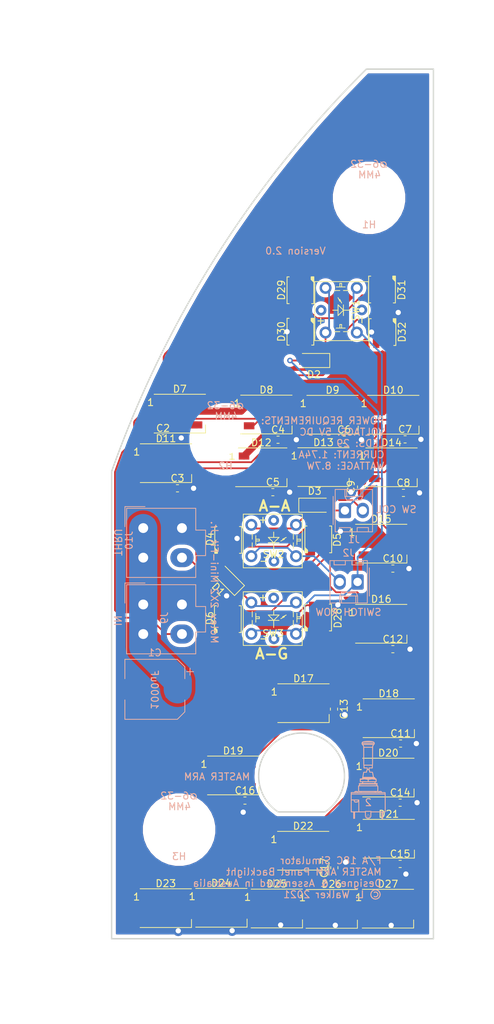
<source format=kicad_pcb>
(kicad_pcb (version 20171130) (host pcbnew "(5.1.6)-1")
  (layers (0 F.Cu mixed) (31 B.Cu power) (34 B.Paste user) (35 F.Paste user) (36 B.SilkS user) (37 F.SilkS user) (38 B.Mask user) (39 F.Mask user) (44 Edge.Cuts user))
  (net 0 "")
  (net 1 "Net-(D7-Pad2)")
  (net 2 "Net-(D8-Pad2)")
  (net 3 "Net-(D10-Pad4)")
  (net 4 "Net-(D10-Pad2)")
  (net 5 "Net-(D11-Pad2)")
  (net 6 "Net-(D12-Pad2)")
  (net 7 "Net-(D13-Pad2)")
  (net 8 "Net-(D14-Pad2)")
  (net 9 "Net-(D15-Pad2)")
  (net 10 "Net-(D16-Pad2)")
  (net 11 "Net-(D17-Pad2)")
  (net 12 "Net-(D18-Pad2)")
  (net 13 "Net-(D19-Pad2)")
  (net 14 "Net-(D20-Pad2)")
  (net 15 "Net-(D21-Pad2)")
  (net 16 "Net-(D22-Pad2)")
  (net 17 "Net-(D23-Pad2)")
  (net 18 "Net-(D24-Pad2)")
  (net 19 "Net-(D25-Pad2)")
  (net 20 "Net-(D26-Pad2)")
  (net 21 "Net-(D29-Pad2)")
  (net 22 "Net-(D30-Pad2)")
  (net 23 "Net-(D32-Pad2)")
  (net 24 /Column2)
  (net 25 "Net-(D1-Pad1)")
  (net 26 /Column1)
  (net 27 "Net-(D2-Pad1)")
  (net 28 "Net-(D3-Pad1)")
  (net 29 /Row2)
  (net 30 /Row1)
  (net 31 "Net-(SW1-Pad6)")
  (net 32 "Net-(SW2-Pad6)")
  (net 33 /DATAOUT)
  (net 34 /DATAIN)
  (net 35 "Net-(D31-Pad2)")
  (net 36 /LEDGND)
  (net 37 /LED+5V)
  (net 38 "Net-(SW1-Pad5)")
  (net 39 "Net-(SW2-Pad5)")
  (net 40 "Net-(SW3-Pad6)")
  (net 41 "Net-(SW3-Pad5)")
  (net 42 "Net-(D4-Pad2)")
  (net 43 "Net-(D5-Pad2)")
  (net 44 "Net-(D28-Pad4)")
  (net 45 "Net-(D27-Pad2)")
  (module OH_Backlighting:OH_Panel_6-32_PHS (layer F.Cu) (at 234.87838 47.34958)
    (fp_text reference 1 hide)
    (fp_text value OH_Panel_Fastner_Keepout hide)
    (fp_text user 4MM (at 0.075 -3.275 180) (layer B.SilkS) (effects (justify mirror)))
    (fp_text user H1 (at 0 3.81) (layer B.SilkS) (effects (justify mirror)))
    (fp_text user ⌀6-32 (at 0 -4.8) (layer B.SilkS) (effects (justify mirror)))
    (pad "" np_thru_hole circle (at 0 0) (size 4.3 4.3) (drill 4.3) (layers *.Cu *.Mask) (clearance 3))
  )
  (module OH_Backlighting:OH_Panel_6-32_PHS (layer F.Cu) (at 214.49488 81.63958)
    (fp_text reference 2 hide)
    (fp_text value OH_Panel_Fastner_Keepout hide)
    (fp_text user 4MM (at 0.075 -3.275 180) (layer B.SilkS) (effects (justify mirror)))
    (fp_text user H2 (at 0 3.81) (layer B.SilkS) (effects (justify mirror)))
    (fp_text user ⌀6-32 (at 0 -4.8) (layer B.SilkS) (effects (justify mirror)))
    (pad "" np_thru_hole circle (at 0 0) (size 4.3 4.3) (drill 4.3) (layers *.Cu *.Mask) (clearance 3))
  )
  (module OH_Backlighting:OH_Panel_6-32_PHS (layer F.Cu) (at 207.89088 137.07508)
    (fp_text reference 3 hide)
    (fp_text value OH_Panel_Fastner_Keepout hide)
    (fp_text user 4MM (at 0.075 -3.275 180) (layer B.SilkS) (effects (justify mirror)))
    (fp_text user H3 (at 0 3.81) (layer B.SilkS) (effects (justify mirror)))
    (fp_text user ⌀6-32 (at 0 -4.8) (layer B.SilkS) (effects (justify mirror)))
    (pad "" np_thru_hole circle (at 0 0) (size 4.3 4.3) (drill 4.3) (layers *.Cu *.Mask) (clearance 3))
  )
  (module Capacitor_SMD:C_0603_1608Metric (layer F.Cu) (at 205.60898 81.4975)
    (fp_text reference C2 (at 0 -1.43) (layer F.SilkS))
    (fp_text value C)
    (pad 2 smd roundrect (at 0.7875 0) (size 0.875 0.95) (layers F.Cu F.Paste F.Mask) (net 36 /LEDGND))
    (pad 1 smd roundrect (at -0.7875 0) (size 0.875 0.95) (layers F.Cu F.Paste F.Mask) (net 37 /LED+5V))
  )
  (module Capacitor_SMD:C_0603_1608Metric (layer F.Cu) (at 229.946 142.485 90)
    (fp_text reference C17 (at 0 -1.43 90) (layer F.SilkS))
    (fp_text value C)
    (pad 2 smd roundrect (at 0.7875 0 90) (size 0.875 0.95) (layers F.Cu F.Paste F.Mask) (net 36 /LEDGND))
    (pad 1 smd roundrect (at -0.7875 0 90) (size 0.875 0.95) (layers F.Cu F.Paste F.Mask) (net 37 /LED+5V))
  )
  (module Capacitor_SMD:C_0603_1608Metric (layer F.Cu) (at 217.246 132.947)
    (fp_text reference C16 (at 0 -1.43) (layer F.SilkS))
    (fp_text value C)
    (pad 2 smd roundrect (at 0.7875 0) (size 0.875 0.95) (layers F.Cu F.Paste F.Mask) (net 36 /LEDGND))
    (pad 1 smd roundrect (at -0.7875 0) (size 0.875 0.95) (layers F.Cu F.Paste F.Mask) (net 37 /LED+5V))
  )
  (module Connector_Molex:Molex_Mini-Fit_Jr_5566-04A_2x02_P4.20mm_Vertical (layer B.Cu) (at 202.796 94.2475 270)
    (fp_text reference J10 (at 1.75 2.017501 90) (layer B.SilkS) (effects (justify mirror)))
    (fp_text value Conn_01x04_Female)
    (pad 4 thru_hole oval (at 4.2 -5.5 270) (size 2.7 3.3) (drill 1.4) (layers *.Cu *.Mask) (net 33 /DATAOUT))
    (pad 3 thru_hole oval (at 0 -5.5 270) (size 2.7 3.3) (drill 1.4) (layers *.Cu *.Mask) (net 36 /LEDGND))
    (pad 2 thru_hole oval (at 4.2 0 270) (size 2.7 3.3) (drill 1.4) (layers *.Cu *.Mask) (net 37 /LED+5V))
    (pad 1 thru_hole roundrect (at 0 0 270) (size 2.7 3.3) (drill 1.4) (layers *.Cu *.Mask) (roundrect_rratio 0.09259299999999999) (net 37 /LED+5V))
  )
  (module Connector_Molex:Molex_Mini-Fit_Jr_5566-04A_2x02_P4.20mm_Vertical (layer B.Cu) (at 202.796 105.097 270)
    (fp_text reference J9 (at 1.9 -3 90) (layer B.SilkS) (effects (justify mirror)))
    (fp_text value Conn_01x04_Female)
    (pad 4 thru_hole oval (at 4.2 -5.5 270) (size 2.7 3.3) (drill 1.4) (layers *.Cu *.Mask) (net 34 /DATAIN))
    (pad 3 thru_hole oval (at 0 -5.5 270) (size 2.7 3.3) (drill 1.4) (layers *.Cu *.Mask) (net 36 /LEDGND))
    (pad 2 thru_hole oval (at 4.2 0 270) (size 2.7 3.3) (drill 1.4) (layers *.Cu *.Mask) (net 37 /LED+5V))
    (pad 1 thru_hole roundrect (at 0 0 270) (size 2.7 3.3) (drill 1.4) (layers *.Cu *.Mask) (roundrect_rratio 0.09259299999999999) (net 37 /LED+5V))
  )
  (module Capacitor_SMD:C_0603_1608Metric (layer F.Cu) (at 239.296 141.947)
    (fp_text reference C15 (at 0 -1.43) (layer F.SilkS))
    (fp_text value C)
    (pad 2 smd roundrect (at 0.7875 0) (size 0.875 0.95) (layers F.Cu F.Paste F.Mask) (net 36 /LEDGND))
    (pad 1 smd roundrect (at -0.7875 0) (size 0.875 0.95) (layers F.Cu F.Paste F.Mask) (net 37 /LED+5V))
  )
  (module Capacitor_SMD:C_0603_1608Metric (layer F.Cu) (at 239.296 133.247)
    (fp_text reference C14 (at 0 -1.43) (layer F.SilkS))
    (fp_text value C)
    (pad 2 smd roundrect (at 0.7875 0) (size 0.875 0.95) (layers F.Cu F.Paste F.Mask) (net 36 /LEDGND))
    (pad 1 smd roundrect (at -0.7875 0) (size 0.875 0.95) (layers F.Cu F.Paste F.Mask) (net 37 /LED+5V))
  )
  (module Capacitor_SMD:C_0603_1608Metric (layer F.Cu) (at 229.896 119.96 270)
    (fp_text reference C13 (at 0 -1.43 90) (layer F.SilkS))
    (fp_text value C)
    (pad 2 smd roundrect (at 0.7875 0 270) (size 0.875 0.95) (layers F.Cu F.Paste F.Mask) (net 36 /LEDGND))
    (pad 1 smd roundrect (at -0.7875 0 270) (size 0.875 0.95) (layers F.Cu F.Paste F.Mask) (net 37 /LED+5V))
  )
  (module Capacitor_SMD:C_0603_1608Metric (layer F.Cu) (at 238.259 111.447)
    (fp_text reference C12 (at 0 -1.43) (layer F.SilkS))
    (fp_text value C)
    (pad 2 smd roundrect (at 0.7875 0) (size 0.875 0.95) (layers F.Cu F.Paste F.Mask) (net 36 /LEDGND))
    (pad 1 smd roundrect (at -0.7875 0) (size 0.875 0.95) (layers F.Cu F.Paste F.Mask) (net 37 /LED+5V))
  )
  (module Capacitor_SMD:C_0603_1608Metric (layer F.Cu) (at 239.359 124.847)
    (fp_text reference C11 (at 0 -1.43) (layer F.SilkS))
    (fp_text value C)
    (pad 2 smd roundrect (at 0.7875 0) (size 0.875 0.95) (layers F.Cu F.Paste F.Mask) (net 36 /LEDGND))
    (pad 1 smd roundrect (at -0.7875 0) (size 0.875 0.95) (layers F.Cu F.Paste F.Mask) (net 37 /LED+5V))
  )
  (module Capacitor_SMD:C_0603_1608Metric (layer F.Cu) (at 238.259 99.9975)
    (fp_text reference C10 (at 0 -1.43) (layer F.SilkS))
    (fp_text value C)
    (pad 2 smd roundrect (at 0.7875 0) (size 0.875 0.95) (layers F.Cu F.Paste F.Mask) (net 36 /LEDGND))
    (pad 1 smd roundrect (at -0.7875 0) (size 0.875 0.95) (layers F.Cu F.Paste F.Mask) (net 37 /LED+5V))
  )
  (module Capacitor_SMD:C_0603_1608Metric (layer F.Cu) (at 233.74648 88.40998 90)
    (fp_text reference C9 (at 0 -1.43 90) (layer F.SilkS))
    (fp_text value C)
    (pad 2 smd roundrect (at 0.7875 0 90) (size 0.875 0.95) (layers F.Cu F.Paste F.Mask) (net 36 /LEDGND))
    (pad 1 smd roundrect (at -0.7875 0 90) (size 0.875 0.95) (layers F.Cu F.Paste F.Mask) (net 37 /LED+5V))
  )
  (module Capacitor_SMD:C_0603_1608Metric (layer F.Cu) (at 239.759 89.2475)
    (fp_text reference C8 (at 0 -1.43) (layer F.SilkS))
    (fp_text value C)
    (pad 2 smd roundrect (at 0.7875 0) (size 0.875 0.95) (layers F.Cu F.Paste F.Mask) (net 36 /LEDGND))
    (pad 1 smd roundrect (at -0.7875 0) (size 0.875 0.95) (layers F.Cu F.Paste F.Mask) (net 37 /LED+5V))
  )
  (module Capacitor_SMD:C_0603_1608Metric (layer F.Cu) (at 239.996 81.6475)
    (fp_text reference C7 (at 0 -1.43) (layer F.SilkS))
    (fp_text value C)
    (pad 2 smd roundrect (at 0.7875 0) (size 0.875 0.95) (layers F.Cu F.Paste F.Mask) (net 36 /LEDGND))
    (pad 1 smd roundrect (at -0.7875 0) (size 0.875 0.95) (layers F.Cu F.Paste F.Mask) (net 37 /LED+5V))
  )
  (module Capacitor_SMD:C_0603_1608Metric (layer F.Cu) (at 231.346 81.6975)
    (fp_text reference C6 (at 0 -1.43) (layer F.SilkS))
    (fp_text value C)
    (pad 2 smd roundrect (at 0.7875 0) (size 0.875 0.95) (layers F.Cu F.Paste F.Mask) (net 36 /LEDGND))
    (pad 1 smd roundrect (at -0.7875 0) (size 0.875 0.95) (layers F.Cu F.Paste F.Mask) (net 37 /LED+5V))
  )
  (module Capacitor_SMD:C_0603_1608Metric (layer F.Cu) (at 221.209 89.1475)
    (fp_text reference C5 (at 0 -1.43) (layer F.SilkS))
    (fp_text value C)
    (pad 2 smd roundrect (at 0.7875 0) (size 0.875 0.95) (layers F.Cu F.Paste F.Mask) (net 36 /LEDGND))
    (pad 1 smd roundrect (at -0.7875 0) (size 0.875 0.95) (layers F.Cu F.Paste F.Mask) (net 37 /LED+5V))
  )
  (module Capacitor_SMD:C_0603_1608Metric (layer F.Cu) (at 221.946 81.6975)
    (fp_text reference C4 (at 0 -1.43) (layer F.SilkS))
    (fp_text value C)
    (pad 2 smd roundrect (at 0.7875 0) (size 0.875 0.95) (layers F.Cu F.Paste F.Mask) (net 36 /LEDGND))
    (pad 1 smd roundrect (at -0.7875 0) (size 0.875 0.95) (layers F.Cu F.Paste F.Mask) (net 37 /LED+5V))
  )
  (module Capacitor_SMD:C_0603_1608Metric (layer F.Cu) (at 207.659 88.5975)
    (fp_text reference C3 (at 0 -1.43) (layer F.SilkS))
    (fp_text value C)
    (pad 2 smd roundrect (at 0.7875 0) (size 0.875 0.95) (layers F.Cu F.Paste F.Mask) (net 36 /LEDGND))
    (pad 1 smd roundrect (at -0.7875 0) (size 0.875 0.95) (layers F.Cu F.Paste F.Mask) (net 37 /LED+5V))
  )
  (module Diode_SMD:D_SOD-123 (layer F.Cu) (at 227.14648 90.99748)
    (fp_text reference D3 (at 0 -2) (layer F.SilkS))
    (fp_text value D)
    (pad 2 smd rect (at 1.65 0) (size 0.9 1.2) (layers F.Cu F.Paste F.Mask) (net 26 /Column1))
    (pad 1 smd rect (at -1.65 0) (size 0.9 1.2) (layers F.Cu F.Paste F.Mask) (net 28 "Net-(D3-Pad1)"))
  )
  (module Diode_SMD:D_SOD-123 (layer F.Cu) (at 227.046 70.4475 180)
    (fp_text reference D2 (at 0 -2) (layer F.SilkS))
    (fp_text value D)
    (pad 2 smd rect (at 1.65 0 180) (size 0.9 1.2) (layers F.Cu F.Paste F.Mask) (net 26 /Column1))
    (pad 1 smd rect (at -1.65 0 180) (size 0.9 1.2) (layers F.Cu F.Paste F.Mask) (net 27 "Net-(D2-Pad1)"))
  )
  (module Diode_SMD:D_SOD-123 (layer F.Cu) (at 214.88 101.531 135)
    (fp_text reference D1 (at 0 -2 135) (layer F.SilkS))
    (fp_text value D)
    (pad 2 smd rect (at 1.65 0 135) (size 0.9 1.2) (layers F.Cu F.Paste F.Mask) (net 24 /Column2))
    (pad 1 smd rect (at -1.65 0 135) (size 0.9 1.2) (layers F.Cu F.Paste F.Mask) (net 25 "Net-(D1-Pad1)"))
  )
  (module WS2812B:LED3535 (layer F.Cu) (at 227.641 106.948 90)
    (fp_text reference D28 (at -0.0788 2.8054 90) (layer F.SilkS))
    (fp_text value WS2812B)
    (pad 3 smd rect (at 1.75 0.875 90) (size 1 0.85) (layers F.Cu F.Paste F.Mask) (net 36 /LEDGND))
    (pad 2 smd rect (at -1.75 0.875 90) (size 1 0.85) (layers F.Cu F.Paste F.Mask) (net 33 /DATAOUT))
    (pad 4 smd rect (at 1.75 -0.875 90) (size 1 0.85) (layers F.Cu F.Paste F.Mask) (net 44 "Net-(D28-Pad4)"))
    (pad 1 smd rect (at -1.75 -0.875 90) (size 1 0.85) (layers F.Cu F.Paste F.Mask) (net 37 /LED+5V))
  )
  (module WS2812B:LED3535 (layer F.Cu) (at 214.814 107.177 90)
    (fp_text reference D6 (at 0.127 -2.5654 90) (layer F.SilkS))
    (fp_text value WS2812B)
    (pad 3 smd rect (at 1.75 0.875 90) (size 1 0.85) (layers F.Cu F.Paste F.Mask) (net 36 /LEDGND))
    (pad 2 smd rect (at -1.75 0.875 90) (size 1 0.85) (layers F.Cu F.Paste F.Mask) (net 44 "Net-(D28-Pad4)"))
    (pad 4 smd rect (at 1.75 -0.875 90) (size 1 0.85) (layers F.Cu F.Paste F.Mask) (net 43 "Net-(D5-Pad2)"))
    (pad 1 smd rect (at -1.75 -0.875 90) (size 1 0.85) (layers F.Cu F.Paste F.Mask) (net 37 /LED+5V))
  )
  (module WS2812B:LED3535 (layer F.Cu) (at 227.663 95.8535 90)
    (fp_text reference D5 (at -0.0736 2.681 90) (layer F.SilkS))
    (fp_text value WS2812B)
    (pad 3 smd rect (at 1.75 0.875 90) (size 1 0.85) (layers F.Cu F.Paste F.Mask) (net 36 /LEDGND))
    (pad 2 smd rect (at -1.75 0.875 90) (size 1 0.85) (layers F.Cu F.Paste F.Mask) (net 43 "Net-(D5-Pad2)"))
    (pad 4 smd rect (at 1.75 -0.875 90) (size 1 0.85) (layers F.Cu F.Paste F.Mask) (net 42 "Net-(D4-Pad2)"))
    (pad 1 smd rect (at -1.75 -0.875 90) (size 1 0.85) (layers F.Cu F.Paste F.Mask) (net 37 /LED+5V))
  )
  (module WS2812B:LED3535 (layer F.Cu) (at 214.862 95.9297 90)
    (fp_text reference D4 (at 0.127 -2.5654 90) (layer F.SilkS))
    (fp_text value WS2812B)
    (pad 3 smd rect (at 1.75 0.875 90) (size 1 0.85) (layers F.Cu F.Paste F.Mask) (net 36 /LEDGND))
    (pad 2 smd rect (at -1.75 0.875 90) (size 1 0.85) (layers F.Cu F.Paste F.Mask) (net 42 "Net-(D4-Pad2)"))
    (pad 4 smd rect (at 1.75 -0.875 90) (size 1 0.85) (layers F.Cu F.Paste F.Mask) (net 45 "Net-(D27-Pad2)"))
    (pad 1 smd rect (at -1.75 -0.875 90) (size 1 0.85) (layers F.Cu F.Paste F.Mask) (net 37 /LED+5V))
  )
  (module "Kicad Footprint Files:S2ALToggle" (layer B.Cu) (at 234.89108 130.14088 180)
    (fp_text reference G*** hide)
    (fp_text value LOGO hide)
    (fp_text user 2 (at 0.125 -3.075) (layer B.SilkS) (effects (justify mirror)))
  )
  (module WS2812B:LED3535 (layer F.Cu) (at 236.785 66.4097 270)
    (fp_text reference D32 (at 0.00258 -2.78048 90) (layer F.SilkS))
    (fp_text value WS2812B)
    (pad 3 smd rect (at 1.75 0.875 270) (size 1 0.85) (layers F.Cu F.Paste F.Mask) (net 36 /LEDGND))
    (pad 2 smd rect (at -1.75 0.875 270) (size 1 0.85) (layers F.Cu F.Paste F.Mask) (net 23 "Net-(D32-Pad2)"))
    (pad 4 smd rect (at 1.75 -0.875 270) (size 1 0.85) (layers F.Cu F.Paste F.Mask) (net 35 "Net-(D31-Pad2)"))
    (pad 1 smd rect (at -1.75 -0.875 270) (size 1 0.85) (layers F.Cu F.Paste F.Mask) (net 37 /LED+5V))
  )
  (module WS2812B:LED3535 (layer F.Cu) (at 236.72 60.3671 270)
    (fp_text reference D31 (at 0.05338 -2.78048 90) (layer F.SilkS))
    (fp_text value WS2812B)
    (pad 3 smd rect (at 1.75 0.875 270) (size 1 0.85) (layers F.Cu F.Paste F.Mask) (net 36 /LEDGND))
    (pad 2 smd rect (at -1.75 0.875 270) (size 1 0.85) (layers F.Cu F.Paste F.Mask) (net 35 "Net-(D31-Pad2)"))
    (pad 4 smd rect (at 1.75 -0.875 270) (size 1 0.85) (layers F.Cu F.Paste F.Mask) (net 22 "Net-(D30-Pad2)"))
    (pad 1 smd rect (at -1.75 -0.875 270) (size 1 0.85) (layers F.Cu F.Paste F.Mask) (net 37 /LED+5V))
  )
  (module WS2812B:LED3535 (layer F.Cu) (at 225.126 66.3589 270)
    (fp_text reference D30 (at -0.02282 2.70612 90) (layer F.SilkS))
    (fp_text value WS2812B)
    (pad 3 smd rect (at 1.75 0.875 270) (size 1 0.85) (layers F.Cu F.Paste F.Mask) (net 36 /LEDGND))
    (pad 2 smd rect (at -1.75 0.875 270) (size 1 0.85) (layers F.Cu F.Paste F.Mask) (net 22 "Net-(D30-Pad2)"))
    (pad 4 smd rect (at 1.75 -0.875 270) (size 1 0.85) (layers F.Cu F.Paste F.Mask) (net 21 "Net-(D29-Pad2)"))
    (pad 1 smd rect (at -1.75 -0.875 270) (size 1 0.85) (layers F.Cu F.Paste F.Mask) (net 37 /LED+5V))
  )
  (module WS2812B:LED3535 (layer F.Cu) (at 225.126 60.4713 270)
    (fp_text reference D29 (at -0.02802 2.70612 90) (layer F.SilkS))
    (fp_text value WS2812B)
    (pad 3 smd rect (at 1.75 0.875 270) (size 1 0.85) (layers F.Cu F.Paste F.Mask) (net 36 /LEDGND))
    (pad 2 smd rect (at -1.75 0.875 270) (size 1 0.85) (layers F.Cu F.Paste F.Mask) (net 21 "Net-(D29-Pad2)"))
    (pad 4 smd rect (at 1.75 -0.875 270) (size 1 0.85) (layers F.Cu F.Paste F.Mask) (net 34 /DATAIN))
    (pad 1 smd rect (at -1.75 -0.875 270) (size 1 0.85) (layers F.Cu F.Paste F.Mask) (net 37 /LED+5V))
  )
  (module Capacitor_SMD:CP_Elec_8x10 (layer B.Cu) (at 204.446 117.147 180)
    (fp_text reference C1 (at 0 5.2) (layer B.SilkS) (effects (justify mirror)))
    (fp_text value C_Polarized)
    (pad 2 smd roundrect (at 3.25 0 180) (size 3.5 2.5) (layers B.Cu B.Paste B.Mask) (roundrect_rratio 0.1) (net 36 /LEDGND))
    (pad 1 smd roundrect (at -3.25 0 180) (size 3.5 2.5) (layers B.Cu B.Paste B.Mask) (roundrect_rratio 0.1) (net 37 /LED+5V))
  )
  (module LED_SMD:LED_WS2812B_PLCC4_5.0x5.0mm_P3.2mm (layer F.Cu) (at 237.558 148.302)
    (fp_text reference D27 (at 0 -3.5) (layer F.SilkS))
    (fp_text value WS2812B)
    (fp_text user 1 (at -4.15 -1.6) (layer F.SilkS))
    (pad 1 smd rect (at -2.45 -1.6) (size 1.5 1) (layers F.Cu F.Paste F.Mask) (net 37 /LED+5V))
    (pad 2 smd rect (at -2.45 1.6) (size 1.5 1) (layers F.Cu F.Paste F.Mask) (net 45 "Net-(D27-Pad2)"))
    (pad 4 smd rect (at 2.45 -1.6) (size 1.5 1) (layers F.Cu F.Paste F.Mask) (net 20 "Net-(D26-Pad2)"))
    (pad 3 smd rect (at 2.45 1.6) (size 1.5 1) (layers F.Cu F.Paste F.Mask) (net 36 /LEDGND))
  )
  (module LED_SMD:LED_WS2812B_PLCC4_5.0x5.0mm_P3.2mm (layer F.Cu) (at 229.571 148.327)
    (fp_text reference D26 (at 0 -3.5) (layer F.SilkS))
    (fp_text value WS2812B)
    (fp_text user 1 (at -4.15 -1.6) (layer F.SilkS))
    (pad 1 smd rect (at -2.45 -1.6) (size 1.5 1) (layers F.Cu F.Paste F.Mask) (net 37 /LED+5V))
    (pad 2 smd rect (at -2.45 1.6) (size 1.5 1) (layers F.Cu F.Paste F.Mask) (net 20 "Net-(D26-Pad2)"))
    (pad 4 smd rect (at 2.45 -1.6) (size 1.5 1) (layers F.Cu F.Paste F.Mask) (net 19 "Net-(D25-Pad2)"))
    (pad 3 smd rect (at 2.45 1.6) (size 1.5 1) (layers F.Cu F.Paste F.Mask) (net 36 /LEDGND))
  )
  (module LED_SMD:LED_WS2812B_PLCC4_5.0x5.0mm_P3.2mm (layer F.Cu) (at 221.771 148.276)
    (fp_text reference D25 (at 0 -3.5) (layer F.SilkS))
    (fp_text value WS2812B)
    (fp_text user 1 (at -4.15 -1.6) (layer F.SilkS))
    (pad 1 smd rect (at -2.45 -1.6) (size 1.5 1) (layers F.Cu F.Paste F.Mask) (net 37 /LED+5V))
    (pad 2 smd rect (at -2.45 1.6) (size 1.5 1) (layers F.Cu F.Paste F.Mask) (net 19 "Net-(D25-Pad2)"))
    (pad 4 smd rect (at 2.45 -1.6) (size 1.5 1) (layers F.Cu F.Paste F.Mask) (net 18 "Net-(D24-Pad2)"))
    (pad 3 smd rect (at 2.45 1.6) (size 1.5 1) (layers F.Cu F.Paste F.Mask) (net 36 /LEDGND))
  )
  (module LED_SMD:LED_WS2812B_PLCC4_5.0x5.0mm_P3.2mm (layer F.Cu) (at 213.897 148.175)
    (fp_text reference D24 (at 0 -3.5) (layer F.SilkS))
    (fp_text value WS2812B)
    (fp_text user 1 (at -4.15 -1.6) (layer F.SilkS))
    (pad 1 smd rect (at -2.45 -1.6) (size 1.5 1) (layers F.Cu F.Paste F.Mask) (net 37 /LED+5V))
    (pad 2 smd rect (at -2.45 1.6) (size 1.5 1) (layers F.Cu F.Paste F.Mask) (net 18 "Net-(D24-Pad2)"))
    (pad 4 smd rect (at 2.45 -1.6) (size 1.5 1) (layers F.Cu F.Paste F.Mask) (net 17 "Net-(D23-Pad2)"))
    (pad 3 smd rect (at 2.45 1.6) (size 1.5 1) (layers F.Cu F.Paste F.Mask) (net 36 /LEDGND))
  )
  (module PT_Library_v001:PT_Small_Tactile_Switch_With_LED (layer F.Cu) (at 221.327 107.103)
    (fp_text reference SW3 (at -0.0762 2.10828) (layer F.SilkS))
    (fp_text value PT_Tactile_Switch_Led)
    (fp_text user - (at -1.42 2.81) (layer F.SilkS))
    (fp_text user + (at -1.524 -3.048) (layer F.SilkS))
    (pad 6 thru_hole circle (at 0.04 2.87) (size 1.524 1.524) (drill 0.762) (layers *.Cu *.Mask) (net 40 "Net-(SW3-Pad6)"))
    (pad 5 thru_hole circle (at 0 -2.921) (size 1.524 1.524) (drill 0.762) (layers *.Cu *.Mask) (net 41 "Net-(SW3-Pad5)"))
    (pad 4 thru_hole circle (at 3.175 2.159) (size 1.7 1.7) (drill 1) (layers *.Cu *.Mask) (net 30 /Row1))
    (pad 3 thru_hole circle (at -3.175 2.159) (size 1.7 1.7) (drill 1) (layers *.Cu *.Mask) (net 30 /Row1))
    (pad 2 thru_hole circle (at 3.175 -2.286) (size 1.7 1.7) (drill 1) (layers *.Cu *.Mask) (net 25 "Net-(D1-Pad1)"))
    (pad 1 thru_hole circle (at -3.175 -2.286) (size 1.7 1.7) (drill 1) (layers *.Cu *.Mask) (net 25 "Net-(D1-Pad1)"))
  )
  (module PT_Library_v001:PT_Small_Tactile_Switch_With_LED (layer F.Cu) (at 221.327 96.0795)
    (fp_text reference SW2 (at -0.02492 1.90498) (layer F.SilkS))
    (fp_text value PT_Tactile_Switch_Led)
    (fp_text user - (at -1.42 2.81) (layer F.SilkS))
    (fp_text user + (at -1.524 -3.048) (layer F.SilkS))
    (pad 6 thru_hole circle (at 0.04 2.87) (size 1.524 1.524) (drill 0.762) (layers *.Cu *.Mask) (net 32 "Net-(SW2-Pad6)"))
    (pad 5 thru_hole circle (at 0 -2.921) (size 1.524 1.524) (drill 0.762) (layers *.Cu *.Mask) (net 39 "Net-(SW2-Pad5)"))
    (pad 4 thru_hole circle (at 3.175 2.159) (size 1.7 1.7) (drill 1) (layers *.Cu *.Mask) (net 29 /Row2))
    (pad 3 thru_hole circle (at -3.175 2.159) (size 1.7 1.7) (drill 1) (layers *.Cu *.Mask) (net 29 /Row2))
    (pad 2 thru_hole circle (at 3.175 -2.286) (size 1.7 1.7) (drill 1) (layers *.Cu *.Mask) (net 28 "Net-(D3-Pad1)"))
    (pad 1 thru_hole circle (at -3.175 -2.286) (size 1.7 1.7) (drill 1) (layers *.Cu *.Mask) (net 28 "Net-(D3-Pad1)"))
  )
  (module PT_Library_v001:PT_Small_Tactile_Switch_With_LED (layer F.Cu) (at 230.98 63.3027 90)
    (fp_text reference SW1 (at -0.01078 2.00608 90) (layer F.SilkS))
    (fp_text value PT_Tactile_Switch_Led)
    (fp_text user - (at -1.42 2.81 90) (layer F.SilkS))
    (fp_text user + (at -1.524 -3.048 90) (layer F.SilkS))
    (pad 6 thru_hole circle (at 0.04 2.87 90) (size 1.524 1.524) (drill 0.762) (layers *.Cu *.Mask) (net 31 "Net-(SW1-Pad6)"))
    (pad 5 thru_hole circle (at 0 -2.921 90) (size 1.524 1.524) (drill 0.762) (layers *.Cu *.Mask) (net 38 "Net-(SW1-Pad5)"))
    (pad 4 thru_hole circle (at 3.175 2.159 90) (size 1.7 1.7) (drill 1) (layers *.Cu *.Mask) (net 30 /Row1))
    (pad 3 thru_hole circle (at -3.175 2.159 90) (size 1.7 1.7) (drill 1) (layers *.Cu *.Mask) (net 30 /Row1))
    (pad 2 thru_hole circle (at 3.175 -2.286 90) (size 1.7 1.7) (drill 1) (layers *.Cu *.Mask) (net 27 "Net-(D2-Pad1)"))
    (pad 1 thru_hole circle (at -3.175 -2.286 90) (size 1.7 1.7) (drill 1) (layers *.Cu *.Mask) (net 27 "Net-(D2-Pad1)"))
  )
  (module Connector_Molex:Molex_KK-254_AE-6410-02A_1x02_P2.54mm_Vertical (layer B.Cu) (at 233.24648 101.89748 180)
    (fp_text reference J2 (at 1.27 4.12 180) (layer B.SilkS) (effects (justify mirror)))
    (fp_text value Conn_01x02_Female)
    (pad 2 thru_hole oval (at 2.54 0 180) (size 1.74 2.19) (drill 1.19) (layers *.Cu *.Mask) (net 29 /Row2))
    (pad 1 thru_hole roundrect (at 0 0 180) (size 1.74 2.19) (drill 1.19) (layers *.Cu *.Mask) (roundrect_rratio 0.143678) (net 30 /Row1))
  )
  (module Connector_Molex:Molex_KK-254_AE-6410-02A_1x02_P2.54mm_Vertical (layer B.Cu) (at 231.44648 91.74748)
    (fp_text reference J1 (at 1.27 4.12 180) (layer B.SilkS) (effects (justify mirror)))
    (fp_text value Conn_01x02_Female)
    (pad 2 thru_hole oval (at 2.54 0) (size 1.74 2.19) (drill 1.19) (layers *.Cu *.Mask) (net 24 /Column2))
    (pad 1 thru_hole roundrect (at 0 0) (size 1.74 2.19) (drill 1.19) (layers *.Cu *.Mask) (roundrect_rratio 0.143678) (net 26 /Column1))
  )
  (module LED_SMD:LED_WS2812B_PLCC4_5.0x5.0mm_P3.2mm (layer F.Cu) (at 206 148.225)
    (fp_text reference D23 (at 0 -3.5) (layer F.SilkS))
    (fp_text value WS2812B)
    (fp_text user 1 (at -4.15 -1.6) (layer F.SilkS))
    (pad 1 smd rect (at -2.45 -1.6) (size 1.5 1) (layers F.Cu F.Paste F.Mask) (net 37 /LED+5V))
    (pad 2 smd rect (at -2.45 1.6) (size 1.5 1) (layers F.Cu F.Paste F.Mask) (net 17 "Net-(D23-Pad2)"))
    (pad 4 smd rect (at 2.45 -1.6) (size 1.5 1) (layers F.Cu F.Paste F.Mask) (net 16 "Net-(D22-Pad2)"))
    (pad 3 smd rect (at 2.45 1.6) (size 1.5 1) (layers F.Cu F.Paste F.Mask) (net 36 /LEDGND))
  )
  (module LED_SMD:LED_WS2812B_PLCC4_5.0x5.0mm_P3.2mm (layer F.Cu) (at 225.518 140.072)
    (fp_text reference D22 (at 0 -3.5) (layer F.SilkS))
    (fp_text value WS2812B)
    (fp_text user 1 (at -4.15 -1.6) (layer F.SilkS))
    (pad 1 smd rect (at -2.45 -1.6) (size 1.5 1) (layers F.Cu F.Paste F.Mask) (net 37 /LED+5V))
    (pad 2 smd rect (at -2.45 1.6) (size 1.5 1) (layers F.Cu F.Paste F.Mask) (net 16 "Net-(D22-Pad2)"))
    (pad 4 smd rect (at 2.45 -1.6) (size 1.5 1) (layers F.Cu F.Paste F.Mask) (net 15 "Net-(D21-Pad2)"))
    (pad 3 smd rect (at 2.45 1.6) (size 1.5 1) (layers F.Cu F.Paste F.Mask) (net 36 /LEDGND))
  )
  (module LED_SMD:LED_WS2812B_PLCC4_5.0x5.0mm_P3.2mm (layer F.Cu) (at 237.671 138.37)
    (fp_text reference D21 (at 0 -3.5) (layer F.SilkS))
    (fp_text value WS2812B)
    (fp_text user 1 (at -4.15 -1.6) (layer F.SilkS))
    (pad 1 smd rect (at -2.45 -1.6) (size 1.5 1) (layers F.Cu F.Paste F.Mask) (net 37 /LED+5V))
    (pad 2 smd rect (at -2.45 1.6) (size 1.5 1) (layers F.Cu F.Paste F.Mask) (net 15 "Net-(D21-Pad2)"))
    (pad 4 smd rect (at 2.45 -1.6) (size 1.5 1) (layers F.Cu F.Paste F.Mask) (net 14 "Net-(D20-Pad2)"))
    (pad 3 smd rect (at 2.45 1.6) (size 1.5 1) (layers F.Cu F.Paste F.Mask) (net 36 /LEDGND))
  )
  (module LED_SMD:LED_WS2812B_PLCC4_5.0x5.0mm_P3.2mm (layer F.Cu) (at 237.62 129.683)
    (fp_text reference D20 (at 0 -3.5) (layer F.SilkS))
    (fp_text value WS2812B)
    (fp_text user 1 (at -4.15 -1.6) (layer F.SilkS))
    (pad 1 smd rect (at -2.45 -1.6) (size 1.5 1) (layers F.Cu F.Paste F.Mask) (net 37 /LED+5V))
    (pad 2 smd rect (at -2.45 1.6) (size 1.5 1) (layers F.Cu F.Paste F.Mask) (net 14 "Net-(D20-Pad2)"))
    (pad 4 smd rect (at 2.45 -1.6) (size 1.5 1) (layers F.Cu F.Paste F.Mask) (net 13 "Net-(D19-Pad2)"))
    (pad 3 smd rect (at 2.45 1.6) (size 1.5 1) (layers F.Cu F.Paste F.Mask) (net 36 /LEDGND))
  )
  (module LED_SMD:LED_WS2812B_PLCC4_5.0x5.0mm_P3.2mm (layer F.Cu) (at 215.573 129.379)
    (fp_text reference D19 (at 0 -3.5) (layer F.SilkS))
    (fp_text value WS2812B)
    (fp_text user 1 (at -4.15 -1.6) (layer F.SilkS))
    (pad 1 smd rect (at -2.45 -1.6) (size 1.5 1) (layers F.Cu F.Paste F.Mask) (net 37 /LED+5V))
    (pad 2 smd rect (at -2.45 1.6) (size 1.5 1) (layers F.Cu F.Paste F.Mask) (net 13 "Net-(D19-Pad2)"))
    (pad 4 smd rect (at 2.45 -1.6) (size 1.5 1) (layers F.Cu F.Paste F.Mask) (net 12 "Net-(D18-Pad2)"))
    (pad 3 smd rect (at 2.45 1.6) (size 1.5 1) (layers F.Cu F.Paste F.Mask) (net 36 /LEDGND))
  )
  (module LED_SMD:LED_WS2812B_PLCC4_5.0x5.0mm_P3.2mm (layer F.Cu) (at 237.671 121.251)
    (fp_text reference D18 (at 0 -3.5) (layer F.SilkS))
    (fp_text value WS2812B)
    (fp_text user 1 (at -4.15 -1.6) (layer F.SilkS))
    (pad 1 smd rect (at -2.45 -1.6) (size 1.5 1) (layers F.Cu F.Paste F.Mask) (net 37 /LED+5V))
    (pad 2 smd rect (at -2.45 1.6) (size 1.5 1) (layers F.Cu F.Paste F.Mask) (net 12 "Net-(D18-Pad2)"))
    (pad 4 smd rect (at 2.45 -1.6) (size 1.5 1) (layers F.Cu F.Paste F.Mask) (net 11 "Net-(D17-Pad2)"))
    (pad 3 smd rect (at 2.45 1.6) (size 1.5 1) (layers F.Cu F.Paste F.Mask) (net 36 /LEDGND))
  )
  (module LED_SMD:LED_WS2812B_PLCC4_5.0x5.0mm_P3.2mm (layer F.Cu) (at 225.558 119.117)
    (fp_text reference D17 (at 0 -3.5) (layer F.SilkS))
    (fp_text value WS2812B)
    (fp_text user 1 (at -4.15 -1.6) (layer F.SilkS))
    (pad 1 smd rect (at -2.45 -1.6) (size 1.5 1) (layers F.Cu F.Paste F.Mask) (net 37 /LED+5V))
    (pad 2 smd rect (at -2.45 1.6) (size 1.5 1) (layers F.Cu F.Paste F.Mask) (net 11 "Net-(D17-Pad2)"))
    (pad 4 smd rect (at 2.45 -1.6) (size 1.5 1) (layers F.Cu F.Paste F.Mask) (net 10 "Net-(D16-Pad2)"))
    (pad 3 smd rect (at 2.45 1.6) (size 1.5 1) (layers F.Cu F.Paste F.Mask) (net 36 /LEDGND))
  )
  (module LED_SMD:LED_WS2812B_PLCC4_5.0x5.0mm_P3.2mm (layer F.Cu) (at 236.604 107.839)
    (fp_text reference D16 (at 0 -3.5) (layer F.SilkS))
    (fp_text value WS2812B)
    (fp_text user 1 (at -4.15 -1.6) (layer F.SilkS))
    (pad 1 smd rect (at -2.45 -1.6) (size 1.5 1) (layers F.Cu F.Paste F.Mask) (net 37 /LED+5V))
    (pad 2 smd rect (at -2.45 1.6) (size 1.5 1) (layers F.Cu F.Paste F.Mask) (net 10 "Net-(D16-Pad2)"))
    (pad 4 smd rect (at 2.45 -1.6) (size 1.5 1) (layers F.Cu F.Paste F.Mask) (net 9 "Net-(D15-Pad2)"))
    (pad 3 smd rect (at 2.45 1.6) (size 1.5 1) (layers F.Cu F.Paste F.Mask) (net 36 /LEDGND))
  )
  (module LED_SMD:LED_WS2812B_PLCC4_5.0x5.0mm_P3.2mm (layer F.Cu) (at 236.604 96.4603)
    (fp_text reference D15 (at 0 -3.5) (layer F.SilkS))
    (fp_text value WS2812B)
    (fp_text user 1 (at -4.15 -1.6) (layer F.SilkS))
    (pad 1 smd rect (at -2.45 -1.6) (size 1.5 1) (layers F.Cu F.Paste F.Mask) (net 37 /LED+5V))
    (pad 2 smd rect (at -2.45 1.6) (size 1.5 1) (layers F.Cu F.Paste F.Mask) (net 9 "Net-(D15-Pad2)"))
    (pad 4 smd rect (at 2.45 -1.6) (size 1.5 1) (layers F.Cu F.Paste F.Mask) (net 8 "Net-(D14-Pad2)"))
    (pad 3 smd rect (at 2.45 1.6) (size 1.5 1) (layers F.Cu F.Paste F.Mask) (net 36 /LEDGND))
  )
  (module LED_SMD:LED_WS2812B_PLCC4_5.0x5.0mm_P3.2mm (layer F.Cu) (at 238.066 85.6147)
    (fp_text reference D14 (at 0 -3.5) (layer F.SilkS))
    (fp_text value WS2812B)
    (fp_text user 1 (at -4.15 -1.6) (layer F.SilkS))
    (pad 1 smd rect (at -2.45 -1.6) (size 1.5 1) (layers F.Cu F.Paste F.Mask) (net 37 /LED+5V))
    (pad 2 smd rect (at -2.45 1.6) (size 1.5 1) (layers F.Cu F.Paste F.Mask) (net 8 "Net-(D14-Pad2)"))
    (pad 4 smd rect (at 2.45 -1.6) (size 1.5 1) (layers F.Cu F.Paste F.Mask) (net 7 "Net-(D13-Pad2)"))
    (pad 3 smd rect (at 2.45 1.6) (size 1.5 1) (layers F.Cu F.Paste F.Mask) (net 36 /LEDGND))
  )
  (module LED_SMD:LED_WS2812B_PLCC4_5.0x5.0mm_P3.2mm (layer F.Cu) (at 228.402 85.5891)
    (fp_text reference D13 (at 0 -3.5) (layer F.SilkS))
    (fp_text value WS2812B)
    (fp_text user 1 (at -4.15 -1.6) (layer F.SilkS))
    (pad 1 smd rect (at -2.45 -1.6) (size 1.5 1) (layers F.Cu F.Paste F.Mask) (net 37 /LED+5V))
    (pad 2 smd rect (at -2.45 1.6) (size 1.5 1) (layers F.Cu F.Paste F.Mask) (net 7 "Net-(D13-Pad2)"))
    (pad 4 smd rect (at 2.45 -1.6) (size 1.5 1) (layers F.Cu F.Paste F.Mask) (net 6 "Net-(D12-Pad2)"))
    (pad 3 smd rect (at 2.45 1.6) (size 1.5 1) (layers F.Cu F.Paste F.Mask) (net 36 /LEDGND))
  )
  (module LED_SMD:LED_WS2812B_PLCC4_5.0x5.0mm_P3.2mm (layer F.Cu) (at 219.563 85.6147)
    (fp_text reference D12 (at 0 -3.5) (layer F.SilkS))
    (fp_text value WS2812B)
    (fp_text user 1 (at -4.15 -1.6) (layer F.SilkS))
    (pad 1 smd rect (at -2.45 -1.6) (size 1.5 1) (layers F.Cu F.Paste F.Mask) (net 37 /LED+5V))
    (pad 2 smd rect (at -2.45 1.6) (size 1.5 1) (layers F.Cu F.Paste F.Mask) (net 6 "Net-(D12-Pad2)"))
    (pad 4 smd rect (at 2.45 -1.6) (size 1.5 1) (layers F.Cu F.Paste F.Mask) (net 5 "Net-(D11-Pad2)"))
    (pad 3 smd rect (at 2.45 1.6) (size 1.5 1) (layers F.Cu F.Paste F.Mask) (net 36 /LEDGND))
  )
  (module LED_SMD:LED_WS2812B_PLCC4_5.0x5.0mm_P3.2mm (layer F.Cu) (at 206.023 85.0303)
    (fp_text reference D11 (at 0 -3.5) (layer F.SilkS))
    (fp_text value WS2812B)
    (fp_text user 1 (at -4.15 -1.6) (layer F.SilkS))
    (pad 1 smd rect (at -2.45 -1.6) (size 1.5 1) (layers F.Cu F.Paste F.Mask) (net 37 /LED+5V))
    (pad 2 smd rect (at -2.45 1.6) (size 1.5 1) (layers F.Cu F.Paste F.Mask) (net 5 "Net-(D11-Pad2)"))
    (pad 4 smd rect (at 2.45 -1.6) (size 1.5 1) (layers F.Cu F.Paste F.Mask) (net 4 "Net-(D10-Pad2)"))
    (pad 3 smd rect (at 2.45 1.6) (size 1.5 1) (layers F.Cu F.Paste F.Mask) (net 36 /LEDGND))
  )
  (module LED_SMD:LED_WS2812B_PLCC4_5.0x5.0mm_P3.2mm (layer F.Cu) (at 238.32 78.1471)
    (fp_text reference D10 (at 0 -3.5) (layer F.SilkS))
    (fp_text value WS2812B)
    (fp_text user 1 (at -4.15 -1.6) (layer F.SilkS))
    (pad 1 smd rect (at -2.45 -1.6) (size 1.5 1) (layers F.Cu F.Paste F.Mask) (net 37 /LED+5V))
    (pad 2 smd rect (at -2.45 1.6) (size 1.5 1) (layers F.Cu F.Paste F.Mask) (net 4 "Net-(D10-Pad2)"))
    (pad 4 smd rect (at 2.45 -1.6) (size 1.5 1) (layers F.Cu F.Paste F.Mask) (net 3 "Net-(D10-Pad4)"))
    (pad 3 smd rect (at 2.45 1.6) (size 1.5 1) (layers F.Cu F.Paste F.Mask) (net 36 /LEDGND))
  )
  (module LED_SMD:LED_WS2812B_PLCC4_5.0x5.0mm_P3.2mm (layer F.Cu) (at 229.684 78.1471)
    (fp_text reference D9 (at 0 -3.5) (layer F.SilkS))
    (fp_text value WS2812B)
    (fp_text user 1 (at -4.15 -1.6) (layer F.SilkS))
    (pad 1 smd rect (at -2.45 -1.6) (size 1.5 1) (layers F.Cu F.Paste F.Mask) (net 37 /LED+5V))
    (pad 2 smd rect (at -2.45 1.6) (size 1.5 1) (layers F.Cu F.Paste F.Mask) (net 3 "Net-(D10-Pad4)"))
    (pad 4 smd rect (at 2.45 -1.6) (size 1.5 1) (layers F.Cu F.Paste F.Mask) (net 2 "Net-(D8-Pad2)"))
    (pad 3 smd rect (at 2.45 1.6) (size 1.5 1) (layers F.Cu F.Paste F.Mask) (net 36 /LEDGND))
  )
  (module LED_SMD:LED_WS2812B_PLCC4_5.0x5.0mm_P3.2mm (layer F.Cu) (at 220.286 78.1215)
    (fp_text reference D8 (at 0 -3.5) (layer F.SilkS))
    (fp_text value WS2812B)
    (fp_text user 1 (at -4.15 -1.6) (layer F.SilkS))
    (pad 1 smd rect (at -2.45 -1.6) (size 1.5 1) (layers F.Cu F.Paste F.Mask) (net 37 /LED+5V))
    (pad 2 smd rect (at -2.45 1.6) (size 1.5 1) (layers F.Cu F.Paste F.Mask) (net 2 "Net-(D8-Pad2)"))
    (pad 4 smd rect (at 2.45 -1.6) (size 1.5 1) (layers F.Cu F.Paste F.Mask) (net 1 "Net-(D7-Pad2)"))
    (pad 3 smd rect (at 2.45 1.6) (size 1.5 1) (layers F.Cu F.Paste F.Mask) (net 36 /LEDGND))
  )
  (module LED_SMD:LED_WS2812B_PLCC4_5.0x5.0mm_P3.2mm (layer F.Cu) (at 207.992 77.9947)
    (fp_text reference D7 (at 0 -3.5) (layer F.SilkS))
    (fp_text value WS2812B)
    (fp_text user 1 (at -4.15 -1.6) (layer F.SilkS))
    (pad 1 smd rect (at -2.45 -1.6) (size 1.5 1) (layers F.Cu F.Paste F.Mask) (net 37 /LED+5V))
    (pad 2 smd rect (at -2.45 1.6) (size 1.5 1) (layers F.Cu F.Paste F.Mask) (net 1 "Net-(D7-Pad2)"))
    (pad 4 smd rect (at 2.45 -1.6) (size 1.5 1) (layers F.Cu F.Paste F.Mask) (net 23 "Net-(D32-Pad2)"))
    (pad 3 smd rect (at 2.45 1.6) (size 1.5 1) (layers F.Cu F.Paste F.Mask) (net 36 /LEDGND))
  )
  (gr_text "SW COL" (at 238.74648 91.59748) (layer B.SilkS) (effects (font (size 1 1)) (justify mirror)))
  (gr_text "Version 2.0" (at 224.42628 54.88068) (layer B.SilkS) (effects (font (size 1 1)) (justify mirror)))
  (gr_text "SWITCH ROW" (at 231.94648 106.19748) (layer B.SilkS) (effects (font (size 1 1)) (justify mirror)))
  (gr_text "MASTER ARM" (at 213.27568 129.55668) (layer B.SilkS) (effects (font (size 1 1)) (justify mirror)))
  (gr_text "F/A 18C Simulator \nMASTER ARM Panel Backlight\nDesigned & Assembled in Australia\n© L. Walker 2021" (at 236.74528 143.88228) (layer B.SilkS) (effects (font (size 1 1)) (justify left mirror)))
  (gr_text "POWER REQUIREMENTS:\nVOLTAGE: 5V DC\nLEDS: 29\nCURRENT: 1.74A\nWATTAGE: 8.7W" (at 237.15168 82.21108) (layer B.SilkS) (effects (font (size 1 1)) (justify left mirror)))
  (gr_text IN (at 199.14648 107.39748 270) (layer B.SilkS) (effects (font (size 1 1)) (justify mirror)))
  (gr_text THRU (at 199.20408 96.25728 270) (layer B.SilkS) (effects (font (size 1 1)) (justify mirror)))
  (gr_text "Molex 2X2 Mini-Fit Jr." (at 212.89648 101.94748 270) (layer B.SilkS) (effects (font (size 1 1)) (justify mirror)))
  (gr_text 1000uF (at 204.39648 117.19748 270) (layer B.SilkS) (effects (font (size 1 1)) (justify mirror)))
  (gr_arc (start 225.28988 129.45508) (end 228.620962 134.56048) (angle -293.7541185) (layer Edge.Cuts) (width 0.2))
  (gr_arc (start 341.939283 137.144869) (end 234.49738 29.061581) (angle -25.64612692) (layer Edge.Cuts) (width 0.2))
  (gr_line (start 221.958799 134.56048) (end 228.620962 134.56048) (layer Edge.Cuts) (width 0.2))
  (gr_line (start 198.30238 152.56908) (end 244.02238 152.56908) (layer Edge.Cuts) (width 0.2))
  (gr_line (start 244.02238 152.56908) (end 244.02238 29.06158) (layer Edge.Cuts) (width 0.2))
  (gr_line (start 244.02238 29.06158) (end 234.49738 29.06158) (layer Edge.Cuts) (width 0.2))
  (gr_line (start 198.30238 86.21158) (end 198.30238 152.56908) (layer Edge.Cuts) (width 0.2))
  (gr_text A-G (at 221.04768 112.10148) (layer F.SilkS) (effects (font (size 1.5 1.5) (thickness 0.3))))
  (gr_text A-A (at 221.44768 91.10148) (layer F.SilkS) (effects (font (size 1.5 1.5) (thickness 0.3))))
  (segment (start 205.542 79.5947) (end 206.6673 79.5947) (width 0.25) (layer F.Cu) (net 1))
  (segment (start 206.6673 79.5947) (end 207.5426 78.7194) (width 0.25) (layer F.Cu) (net 1))
  (segment (start 207.5426 78.7194) (end 218.7367 78.7194) (width 0.25) (layer F.Cu) (net 1))
  (segment (start 218.7367 78.7194) (end 220.9346 76.5215) (width 0.25) (layer F.Cu) (net 1))
  (segment (start 220.9346 76.5215) (end 222.736 76.5215) (width 0.25) (layer F.Cu) (net 1))
  (segment (start 232.134 76.5471) (end 230.88438 75.29748) (width 0.25) (layer F.Cu) (net 2))
  (segment (start 223.786001 77.396501) (end 221.645501 77.396501) (width 0.25) (layer F.Cu) (net 2))
  (segment (start 230.88438 75.29748) (end 225.885022 75.29748) (width 0.25) (layer F.Cu) (net 2))
  (segment (start 225.885022 75.29748) (end 223.786001 77.396501) (width 0.25) (layer F.Cu) (net 2))
  (segment (start 218.44172 79.7215) (end 217.836 79.7215) (width 0.25) (layer F.Cu) (net 2))
  (segment (start 220.71574 77.44748) (end 218.44172 79.7215) (width 0.25) (layer F.Cu) (net 2))
  (segment (start 221.594522 77.44748) (end 220.71574 77.44748) (width 0.25) (layer F.Cu) (net 2))
  (segment (start 221.645501 77.396501) (end 221.594522 77.44748) (width 0.25) (layer F.Cu) (net 2))
  (segment (start 239.6447 76.5471) (end 237.32 78.8718) (width 0.25) (layer F.Cu) (net 3))
  (segment (start 237.32 78.8718) (end 229.2346 78.8718) (width 0.25) (layer F.Cu) (net 3))
  (segment (start 229.2346 78.8718) (end 228.3593 79.7471) (width 0.25) (layer F.Cu) (net 3))
  (segment (start 240.77 76.5471) (end 239.6447 76.5471) (width 0.25) (layer F.Cu) (net 3))
  (segment (start 227.234 79.7471) (end 228.3593 79.7471) (width 0.25) (layer F.Cu) (net 3))
  (segment (start 219.913003 83.139699) (end 218.163001 84.889701) (width 0.25) (layer F.Cu) (net 4))
  (segment (start 223.063001 83.139699) (end 219.913003 83.139699) (width 0.25) (layer F.Cu) (net 4))
  (segment (start 218.163001 84.889701) (end 209.932401 84.889701) (width 0.25) (layer F.Cu) (net 4))
  (segment (start 224.813003 84.889701) (end 223.063001 83.139699) (width 0.25) (layer F.Cu) (net 4))
  (segment (start 228.752003 83.114099) (end 226.976401 84.889701) (width 0.25) (layer F.Cu) (net 4))
  (segment (start 209.932401 84.889701) (end 208.473 83.4303) (width 0.25) (layer F.Cu) (net 4))
  (segment (start 234.044403 83.114099) (end 228.752003 83.114099) (width 0.25) (layer F.Cu) (net 4))
  (segment (start 235.87 81.288502) (end 234.044403 83.114099) (width 0.25) (layer F.Cu) (net 4))
  (segment (start 226.976401 84.889701) (end 224.813003 84.889701) (width 0.25) (layer F.Cu) (net 4))
  (segment (start 235.87 79.7471) (end 235.87 81.288502) (width 0.25) (layer F.Cu) (net 4))
  (segment (start 203.573 86.6303) (end 204.6983 86.6303) (width 0.25) (layer F.Cu) (net 5))
  (segment (start 204.6983 86.6303) (end 205.5736 85.755) (width 0.25) (layer F.Cu) (net 5))
  (segment (start 205.5736 85.755) (end 218.7912 85.755) (width 0.25) (layer F.Cu) (net 5))
  (segment (start 218.7912 85.755) (end 220.5315 84.0147) (width 0.25) (layer F.Cu) (net 5))
  (segment (start 220.5315 84.0147) (end 222.013 84.0147) (width 0.25) (layer F.Cu) (net 5))
  (segment (start 217.113 87.2147) (end 218.2383 87.2147) (width 0.25) (layer F.Cu) (net 6))
  (segment (start 230.852 83.9891) (end 229.7267 83.9891) (width 0.25) (layer F.Cu) (net 6))
  (segment (start 218.2383 87.2147) (end 219.6397 85.8133) (width 0.25) (layer F.Cu) (net 6))
  (segment (start 219.6397 85.8133) (end 227.9025 85.8133) (width 0.25) (layer F.Cu) (net 6))
  (segment (start 227.9025 85.8133) (end 229.7267 83.9891) (width 0.25) (layer F.Cu) (net 6))
  (segment (start 240.516 84.0147) (end 239.3907 84.0147) (width 0.25) (layer F.Cu) (net 7))
  (segment (start 225.952 87.1891) (end 227.0773 87.1891) (width 0.25) (layer F.Cu) (net 7))
  (segment (start 227.0773 87.1891) (end 227.9526 86.3138) (width 0.25) (layer F.Cu) (net 7))
  (segment (start 227.9526 86.3138) (end 237.0916 86.3138) (width 0.25) (layer F.Cu) (net 7))
  (segment (start 237.0916 86.3138) (end 239.3907 84.0147) (width 0.25) (layer F.Cu) (net 7))
  (segment (start 239.054 94.8603) (end 237.9287 94.8603) (width 0.25) (layer F.Cu) (net 8))
  (segment (start 235.616 87.2147) (end 236.7413 87.2147) (width 0.25) (layer F.Cu) (net 8))
  (segment (start 236.7413 87.2147) (end 236.7413 93.6729) (width 0.25) (layer F.Cu) (net 8))
  (segment (start 236.7413 93.6729) (end 237.9287 94.8603) (width 0.25) (layer F.Cu) (net 8))
  (segment (start 239.054 106.239) (end 237.9287 106.239) (width 0.25) (layer F.Cu) (net 9))
  (segment (start 234.154 98.0603) (end 235.2793 98.0603) (width 0.25) (layer F.Cu) (net 9))
  (segment (start 235.2793 98.0603) (end 235.2793 103.5896) (width 0.25) (layer F.Cu) (net 9))
  (segment (start 235.2793 103.5896) (end 237.9287 106.239) (width 0.25) (layer F.Cu) (net 9))
  (segment (start 228.008 117.517) (end 229.1333 117.517) (width 0.25) (layer F.Cu) (net 10))
  (segment (start 234.154 109.439) (end 233.0287 109.439) (width 0.25) (layer F.Cu) (net 10))
  (segment (start 233.0287 109.439) (end 233.0287 113.6216) (width 0.25) (layer F.Cu) (net 10))
  (segment (start 233.0287 113.6216) (end 229.1333 117.517) (width 0.25) (layer F.Cu) (net 10))
  (segment (start 240.121 119.651) (end 238.9957 119.651) (width 0.25) (layer F.Cu) (net 11))
  (segment (start 223.108 120.717) (end 224.2333 120.717) (width 0.25) (layer F.Cu) (net 11))
  (segment (start 224.2333 120.717) (end 225.4132 121.8969) (width 0.25) (layer F.Cu) (net 11))
  (segment (start 225.4132 121.8969) (end 236.7498 121.8969) (width 0.25) (layer F.Cu) (net 11))
  (segment (start 236.7498 121.8969) (end 238.9957 119.651) (width 0.25) (layer F.Cu) (net 11))
  (segment (start 235.221 122.851) (end 222.7318 122.851) (width 0.25) (layer F.Cu) (net 12))
  (segment (start 222.7318 122.851) (end 218.023 127.5598) (width 0.25) (layer F.Cu) (net 12))
  (segment (start 218.023 127.5598) (end 218.023 127.779) (width 0.25) (layer F.Cu) (net 12))
  (segment (start 240.07 128.083) (end 238.9447 128.083) (width 0.25) (layer F.Cu) (net 13))
  (segment (start 213.123 130.979) (end 214.2483 130.979) (width 0.25) (layer F.Cu) (net 13))
  (segment (start 214.2483 130.979) (end 214.2483 133.4417) (width 0.25) (layer F.Cu) (net 13))
  (segment (start 214.2483 133.4417) (end 216.5317 135.7251) (width 0.25) (layer F.Cu) (net 13))
  (segment (start 216.5317 135.7251) (end 228.1757 135.7251) (width 0.25) (layer F.Cu) (net 13))
  (segment (start 228.1757 135.7251) (end 234.9425 128.9583) (width 0.25) (layer F.Cu) (net 13))
  (segment (start 234.9425 128.9583) (end 238.0694 128.9583) (width 0.25) (layer F.Cu) (net 13))
  (segment (start 238.0694 128.9583) (end 238.9447 128.083) (width 0.25) (layer F.Cu) (net 13))
  (segment (start 240.121 136.77) (end 238.9957 136.77) (width 0.25) (layer F.Cu) (net 14))
  (segment (start 235.17 131.283) (end 236.2953 131.283) (width 0.25) (layer F.Cu) (net 14))
  (segment (start 236.2953 131.283) (end 236.2953 134.0696) (width 0.25) (layer F.Cu) (net 14))
  (segment (start 236.2953 134.0696) (end 238.9957 136.77) (width 0.25) (layer F.Cu) (net 14))
  (segment (start 235.221 139.97) (end 234.0957 139.97) (width 0.25) (layer F.Cu) (net 15))
  (segment (start 234.0957 139.97) (end 232.5977 138.472) (width 0.25) (layer F.Cu) (net 15))
  (segment (start 232.5977 138.472) (end 227.968 138.472) (width 0.25) (layer F.Cu) (net 15))
  (segment (start 208.45 146.625) (end 209.5753 146.625) (width 0.25) (layer F.Cu) (net 16))
  (segment (start 223.068 141.672) (end 214.5283 141.672) (width 0.25) (layer F.Cu) (net 16))
  (segment (start 214.5283 141.672) (end 209.5753 146.625) (width 0.25) (layer F.Cu) (net 16))
  (segment (start 216.347 146.575) (end 215.2217 146.575) (width 0.25) (layer F.Cu) (net 17))
  (segment (start 203.55 149.825) (end 204.6753 149.825) (width 0.25) (layer F.Cu) (net 17))
  (segment (start 204.6753 149.825) (end 205.6007 148.8996) (width 0.25) (layer F.Cu) (net 17))
  (segment (start 205.6007 148.8996) (end 212.8971 148.8996) (width 0.25) (layer F.Cu) (net 17))
  (segment (start 212.8971 148.8996) (end 215.2217 146.575) (width 0.25) (layer F.Cu) (net 17))
  (segment (start 224.221 146.676) (end 223.0957 146.676) (width 0.25) (layer F.Cu) (net 18))
  (segment (start 211.447 149.775) (end 214.5664 149.775) (width 0.25) (layer F.Cu) (net 18))
  (segment (start 214.5664 149.775) (end 214.5664 149.7749) (width 0.25) (layer F.Cu) (net 18))
  (segment (start 214.5664 149.7749) (end 216.79 147.5513) (width 0.25) (layer F.Cu) (net 18))
  (segment (start 216.79 147.5513) (end 222.2204 147.5513) (width 0.25) (layer F.Cu) (net 18))
  (segment (start 222.2204 147.5513) (end 223.0957 146.676) (width 0.25) (layer F.Cu) (net 18))
  (segment (start 232.021 146.727) (end 230.8957 146.727) (width 0.25) (layer F.Cu) (net 19))
  (segment (start 219.321 149.876) (end 220.4463 149.876) (width 0.25) (layer F.Cu) (net 19))
  (segment (start 220.4463 149.876) (end 221.8338 148.4885) (width 0.25) (layer F.Cu) (net 19))
  (segment (start 221.8338 148.4885) (end 229.1342 148.4885) (width 0.25) (layer F.Cu) (net 19))
  (segment (start 229.1342 148.4885) (end 230.8957 146.727) (width 0.25) (layer F.Cu) (net 19))
  (segment (start 238.8827 146.702) (end 236.5958 148.9889) (width 0.25) (layer F.Cu) (net 20))
  (segment (start 236.5958 148.9889) (end 229.1844 148.9889) (width 0.25) (layer F.Cu) (net 20))
  (segment (start 229.1844 148.9889) (end 228.2463 149.927) (width 0.25) (layer F.Cu) (net 20))
  (segment (start 227.121 149.927) (end 228.2463 149.927) (width 0.25) (layer F.Cu) (net 20))
  (segment (start 240.008 146.702) (end 238.8827 146.702) (width 0.25) (layer F.Cu) (net 20))
  (segment (start 226.001 68.1089) (end 225.2007 68.1089) (width 0.25) (layer F.Cu) (net 21))
  (segment (start 224.251 58.7213) (end 223.4507 58.7213) (width 0.25) (layer F.Cu) (net 21))
  (segment (start 223.4507 58.7213) (end 222.0819 60.0901) (width 0.25) (layer F.Cu) (net 21))
  (segment (start 222.0819 60.0901) (end 222.0819 68.3611) (width 0.25) (layer F.Cu) (net 21))
  (segment (start 222.0819 68.3611) (end 222.7088 68.988) (width 0.25) (layer F.Cu) (net 21))
  (segment (start 222.7088 68.988) (end 224.8468 68.988) (width 0.25) (layer F.Cu) (net 21))
  (segment (start 224.8468 68.988) (end 225.2007 68.6341) (width 0.25) (layer F.Cu) (net 21))
  (segment (start 225.2007 68.6341) (end 225.2007 68.1089) (width 0.25) (layer F.Cu) (net 21))
  (segment (start 226.726001 63.733899) (end 225.126001 63.733899) (width 0.25) (layer F.Cu) (net 22))
  (segment (start 227.431803 64.439701) (end 226.726001 63.733899) (width 0.25) (layer F.Cu) (net 22))
  (segment (start 230.640001 64.439701) (end 227.431803 64.439701) (width 0.25) (layer F.Cu) (net 22))
  (segment (start 233.889351 61.190351) (end 230.640001 64.439701) (width 0.25) (layer F.Cu) (net 22))
  (segment (start 225.126001 63.733899) (end 224.251 64.6089) (width 0.25) (layer F.Cu) (net 22))
  (segment (start 236.668251 61.190351) (end 233.889351 61.190351) (width 0.25) (layer F.Cu) (net 22))
  (segment (start 237.595 62.1171) (end 236.668251 61.190351) (width 0.25) (layer F.Cu) (net 22))
  (segment (start 229.521001 71.347501) (end 228.321022 72.54748) (width 0.25) (layer F.Cu) (net 23))
  (segment (start 229.521001 68.282697) (end 229.521001 71.347501) (width 0.25) (layer F.Cu) (net 23))
  (segment (start 235.91 64.6597) (end 233.143998 64.6597) (width 0.25) (layer F.Cu) (net 23))
  (segment (start 233.143998 64.6597) (end 229.521001 68.282697) (width 0.25) (layer F.Cu) (net 23))
  (segment (start 212.19926 76.3947) (end 210.442 76.3947) (width 0.25) (layer F.Cu) (net 23))
  (segment (start 216.04648 72.54748) (end 212.19926 76.3947) (width 0.25) (layer F.Cu) (net 23))
  (segment (start 228.321022 72.54748) (end 216.04648 72.54748) (width 0.25) (layer F.Cu) (net 23))
  (segment (start 213.713274 100.364274) (end 212.64648 99.29748) (width 0.25) (layer F.Cu) (net 24))
  (segment (start 230.62647 90.27747) (end 232.51647 90.27747) (width 0.25) (layer F.Cu) (net 24))
  (segment (start 232.51647 90.27747) (end 233.98648 91.74748) (width 0.25) (layer F.Cu) (net 24))
  (segment (start 230.371479 90.022479) (end 230.62647 90.27747) (width 0.25) (layer F.Cu) (net 24))
  (segment (start 224.746479 90.022479) (end 230.371479 90.022479) (width 0.25) (layer F.Cu) (net 24))
  (segment (start 224.021478 90.74748) (end 224.746479 90.022479) (width 0.25) (layer F.Cu) (net 24))
  (segment (start 215.819218 90.74748) (end 224.021478 90.74748) (width 0.25) (layer F.Cu) (net 24))
  (segment (start 212.64648 93.920218) (end 215.819218 90.74748) (width 0.25) (layer F.Cu) (net 24))
  (segment (start 212.64648 99.29748) (end 212.64648 93.920218) (width 0.25) (layer F.Cu) (net 24))
  (segment (start 218.152 104.817) (end 218.6578 105.3228) (width 0.25) (layer B.Cu) (net 25))
  (segment (start 218.6578 105.3228) (end 223.9962 105.3228) (width 0.25) (layer B.Cu) (net 25))
  (segment (start 223.9962 105.3228) (end 224.502 104.817) (width 0.25) (layer B.Cu) (net 25))
  (segment (start 216.0467 102.6977) (end 216.6304 103.2813) (width 0.25) (layer F.Cu) (net 25))
  (segment (start 218.152 104.817) (end 216.6303 103.2953) (width 0.25) (layer F.Cu) (net 25))
  (segment (start 216.6303 103.2953) (end 216.6303 103.2814) (width 0.25) (layer F.Cu) (net 25))
  (segment (start 216.6303 103.2814) (end 216.6304 103.2813) (width 0.25) (layer F.Cu) (net 25))
  (segment (start 229.54648 91.74748) (end 228.79648 90.99748) (width 0.25) (layer F.Cu) (net 26))
  (segment (start 231.44648 91.74748) (end 229.54648 91.74748) (width 0.25) (layer F.Cu) (net 26))
  (segment (start 225.396 70.4475) (end 223.6465 70.4475) (width 0.25) (layer F.Cu) (net 26))
  (segment (start 223.6465 70.4475) (end 223.6465 70.4475) (width 0.25) (layer F.Cu) (net 26))
  (via (at 223.6465 70.4475) (size 0.8) (drill 0.4) (layers F.Cu B.Cu) (net 26))
  (segment (start 223.6465 70.4475) (end 226.24648 73.04748) (width 0.25) (layer B.Cu) (net 26))
  (segment (start 231.44648 73.04748) (end 236.19647 77.79747) (width 0.25) (layer B.Cu) (net 26))
  (segment (start 226.24648 73.04748) (end 231.44648 73.04748) (width 0.25) (layer B.Cu) (net 26))
  (segment (start 231.44648 91.662022) (end 231.44648 91.74748) (width 0.25) (layer B.Cu) (net 26))
  (segment (start 236.19647 86.912032) (end 231.44648 91.662022) (width 0.25) (layer B.Cu) (net 26))
  (segment (start 236.19647 77.79747) (end 236.19647 86.912032) (width 0.25) (layer B.Cu) (net 26))
  (segment (start 228.694 66.4777) (end 229.1998 65.9719) (width 0.25) (layer B.Cu) (net 27))
  (segment (start 229.1998 65.9719) (end 229.1998 60.6335) (width 0.25) (layer B.Cu) (net 27))
  (segment (start 229.1998 60.6335) (end 228.694 60.1277) (width 0.25) (layer B.Cu) (net 27))
  (segment (start 228.696 70.4475) (end 228.696 69.4722) (width 0.25) (layer F.Cu) (net 27))
  (segment (start 228.694 66.4777) (end 228.694 69.4702) (width 0.25) (layer F.Cu) (net 27))
  (segment (start 228.694 69.4702) (end 228.696 69.4722) (width 0.25) (layer F.Cu) (net 27))
  (segment (start 224.502 93.7935) (end 223.9925 94.303) (width 0.25) (layer F.Cu) (net 28))
  (segment (start 223.9925 94.303) (end 218.6615 94.303) (width 0.25) (layer F.Cu) (net 28))
  (segment (start 218.6615 94.303) (end 218.152 93.7935) (width 0.25) (layer F.Cu) (net 28))
  (segment (start 225.49648 92.79902) (end 224.502 93.7935) (width 0.25) (layer F.Cu) (net 28))
  (segment (start 225.49648 90.99748) (end 225.49648 92.79902) (width 0.25) (layer F.Cu) (net 28))
  (segment (start 219.336 97.0545) (end 218.152 98.2385) (width 0.25) (layer B.Cu) (net 29))
  (segment (start 224.502 98.2385) (end 223.318 97.0545) (width 0.25) (layer B.Cu) (net 29))
  (segment (start 223.318 97.0545) (end 219.336 97.0545) (width 0.25) (layer B.Cu) (net 29))
  (segment (start 227.0475 98.2385) (end 230.70648 101.89748) (width 0.25) (layer B.Cu) (net 29))
  (segment (start 224.502 98.2385) (end 227.0475 98.2385) (width 0.25) (layer B.Cu) (net 29))
  (segment (start 224.502 108.7926) (end 224.502 109.262) (width 0.25) (layer B.Cu) (net 30))
  (segment (start 224.502 108.7926) (end 218.6214 108.7926) (width 0.25) (layer B.Cu) (net 30))
  (segment (start 218.6214 108.7926) (end 218.152 109.262) (width 0.25) (layer B.Cu) (net 30))
  (segment (start 232.6717 66.4777) (end 233.139 66.4777) (width 0.25) (layer B.Cu) (net 30))
  (segment (start 232.6717 66.4777) (end 232.6717 60.595) (width 0.25) (layer B.Cu) (net 30))
  (segment (start 232.6717 60.595) (end 233.139 60.1277) (width 0.25) (layer B.Cu) (net 30))
  (segment (start 233.24648 101.89748) (end 231.34648 103.79748) (width 0.25) (layer B.Cu) (net 30))
  (segment (start 225.727001 108.036999) (end 224.502 109.262) (width 0.25) (layer B.Cu) (net 30))
  (segment (start 227.14648 103.79748) (end 225.727001 105.216959) (width 0.25) (layer B.Cu) (net 30))
  (segment (start 225.727001 105.216959) (end 225.727001 108.036999) (width 0.25) (layer B.Cu) (net 30))
  (segment (start 231.34648 103.79748) (end 227.14648 103.79748) (width 0.25) (layer B.Cu) (net 30))
  (segment (start 233.24648 101.89748) (end 233.24648 98.34748) (width 0.25) (layer B.Cu) (net 30))
  (segment (start 233.24648 98.34748) (end 236.69648 94.89748) (width 0.25) (layer B.Cu) (net 30))
  (segment (start 233.631998 66.4777) (end 233.139 66.4777) (width 0.25) (layer B.Cu) (net 30))
  (segment (start 236.69648 69.542182) (end 233.631998 66.4777) (width 0.25) (layer B.Cu) (net 30))
  (segment (start 236.69648 94.89748) (end 236.69648 69.542182) (width 0.25) (layer B.Cu) (net 30))
  (segment (start 228.516 108.698) (end 227.7157 108.698) (width 0.25) (layer F.Cu) (net 33))
  (segment (start 227.7157 108.698) (end 227.7157 109.2232) (width 0.25) (layer F.Cu) (net 33))
  (segment (start 227.7157 109.2232) (end 225.8011 111.1378) (width 0.25) (layer F.Cu) (net 33))
  (segment (start 225.8011 111.1378) (end 216.438 111.1378) (width 0.25) (layer F.Cu) (net 33))
  (segment (start 216.438 111.1378) (end 214.8886 109.5884) (width 0.25) (layer F.Cu) (net 33))
  (segment (start 214.8886 109.5884) (end 214.8886 108.3789) (width 0.25) (layer F.Cu) (net 33))
  (segment (start 208.296 98.4475) (end 209.1965 98.4475) (width 0.25) (layer F.Cu) (net 33))
  (segment (start 211.65183 100.90283) (end 211.65183 105.14213) (width 0.25) (layer F.Cu) (net 33))
  (segment (start 209.1965 98.4475) (end 211.65183 100.90283) (width 0.25) (layer F.Cu) (net 33))
  (segment (start 214.8886 108.3789) (end 211.65183 105.14213) (width 0.25) (layer F.Cu) (net 33))
  (segment (start 199.013142 85.63448) (end 199.043763 85.550197) (width 0.25) (layer F.Cu) (net 34))
  (segment (start 199.013142 85.63448) (end 199.280141 84.899572) (width 0.25) (layer F.Cu) (net 34))
  (segment (start 199.5507 84.166635) (end 199.804727 83.489233) (width 0.25) (layer F.Cu) (net 34))
  (segment (start 199.280141 84.899572) (end 199.5507 84.166635) (width 0.25) (layer F.Cu) (net 34))
  (segment (start 199.804727 83.489233) (end 201.49648 81.79748) (width 0.25) (layer F.Cu) (net 34))
  (segment (start 201.55066 79.073911) (end 201.572523 79.021437) (width 0.25) (layer F.Cu) (net 34))
  (segment (start 201.49648 81.79748) (end 201.49648 79.20585) (width 0.25) (layer F.Cu) (net 34))
  (segment (start 201.49648 79.20585) (end 201.55066 79.073911) (width 0.25) (layer F.Cu) (net 34))
  (segment (start 201.572523 79.021437) (end 203.64648 76.94748) (width 0.25) (layer F.Cu) (net 34))
  (segment (start 203.64648 76.94748) (end 203.64648 75.14748) (width 0.25) (layer F.Cu) (net 34))
  (segment (start 203.64648 75.14748) (end 205.69648 73.09748) (width 0.25) (layer F.Cu) (net 34))
  (segment (start 205.74576 69.82083) (end 205.916694 69.477265) (width 0.25) (layer F.Cu) (net 34))
  (segment (start 205.69648 73.09748) (end 205.69648 69.921169) (width 0.25) (layer F.Cu) (net 34))
  (segment (start 205.69648 69.921169) (end 205.74576 69.82083) (width 0.25) (layer F.Cu) (net 34))
  (segment (start 205.916694 69.477265) (end 209.89648 65.497479) (width 0.25) (layer F.Cu) (net 34))
  (segment (start 209.89648 65.497479) (end 209.89648 63.99748) (width 0.25) (layer F.Cu) (net 34))
  (segment (start 209.89648 63.99748) (end 217.34648 56.54748) (width 0.25) (layer F.Cu) (net 34))
  (segment (start 226.99648 61.22582) (end 226.001 62.2213) (width 0.25) (layer F.Cu) (net 34))
  (segment (start 225.427182 56.54748) (end 226.99648 58.116778) (width 0.25) (layer F.Cu) (net 34))
  (segment (start 226.99648 58.116778) (end 226.99648 61.22582) (width 0.25) (layer F.Cu) (net 34))
  (segment (start 217.34648 56.54748) (end 225.427182 56.54748) (width 0.25) (layer F.Cu) (net 34))
  (segment (start 198.77739 86.293936) (end 199.013142 85.63448) (width 0.25) (layer F.Cu) (net 34))
  (segment (start 205.996 109.297) (end 203.67739 106.97839) (width 0.25) (layer F.Cu) (net 34))
  (segment (start 208.296 109.297) (end 205.996 109.297) (width 0.25) (layer F.Cu) (net 34))
  (segment (start 199.27739 106.97839) (end 199.27739 106.41657) (width 0.25) (layer F.Cu) (net 34))
  (segment (start 199.27739 106.41657) (end 198.77739 105.91657) (width 0.25) (layer F.Cu) (net 34))
  (segment (start 203.67739 106.97839) (end 199.27739 106.97839) (width 0.25) (layer F.Cu) (net 34))
  (segment (start 198.77739 105.91657) (end 198.77739 86.293936) (width 0.25) (layer F.Cu) (net 34))
  (segment (start 238.18426 68.1597) (end 241.74648 64.59748) (width 0.25) (layer F.Cu) (net 35))
  (segment (start 237.66 68.1597) (end 238.18426 68.1597) (width 0.25) (layer F.Cu) (net 35))
  (segment (start 241.74648 64.59748) (end 241.74648 58.89748) (width 0.25) (layer F.Cu) (net 35))
  (segment (start 240.25555 57.40655) (end 237.05555 57.40655) (width 0.25) (layer F.Cu) (net 35))
  (segment (start 241.74648 58.89748) (end 240.25555 57.40655) (width 0.25) (layer F.Cu) (net 35))
  (segment (start 237.05555 57.40655) (end 235.845 58.6171) (width 0.25) (layer F.Cu) (net 35))
  (segment (start 223.0757 66.3589) (end 223.0757 68.1089) (width 1) (layer F.Cu) (net 36))
  (segment (start 223.2244 66.3589) (end 223.0757 66.3589) (width 1) (layer F.Cu) (net 36))
  (segment (start 223.0757 66.3589) (end 223.0757 62.2213) (width 1) (layer F.Cu) (net 36))
  (segment (start 214.6381 103.87) (end 215.689 104.9209) (width 1) (layer F.Cu) (net 36))
  (segment (start 215.689 104.9209) (end 215.689 105.427) (width 1) (layer F.Cu) (net 36))
  (segment (start 224.251 62.2213) (end 223.0757 62.2213) (width 1) (layer F.Cu) (net 36))
  (segment (start 235.91 68.1597) (end 235.91 66.9094) (width 1) (layer F.Cu) (net 36))
  (segment (start 235.229 66.4097) (end 235.7287 66.9094) (width 1) (layer F.Cu) (net 36))
  (segment (start 235.7287 66.9094) (end 235.91 66.9094) (width 1) (layer F.Cu) (net 36))
  (segment (start 228.538 94.1035) (end 229.7133 94.1035) (width 1) (layer F.Cu) (net 36))
  (segment (start 230.8027 94.7065) (end 230.3163 94.7065) (width 1) (layer F.Cu) (net 36))
  (segment (start 230.3163 94.7065) (end 229.7133 94.1035) (width 1) (layer F.Cu) (net 36))
  (segment (start 215.737 94.1797) (end 215.737 95.43) (width 1) (layer F.Cu) (net 36))
  (segment (start 216.1239 95.717) (end 215.8369 95.43) (width 1) (layer F.Cu) (net 36))
  (segment (start 215.8369 95.43) (end 215.737 95.43) (width 1) (layer F.Cu) (net 36))
  (segment (start 208.45 149.825) (end 206.9497 149.825) (width 1) (layer F.Cu) (net 36))
  (segment (start 207.7688 151.442) (end 207.7259 151.442) (width 1) (layer F.Cu) (net 36))
  (segment (start 207.7259 151.442) (end 206.9497 150.6658) (width 1) (layer F.Cu) (net 36))
  (segment (start 206.9497 150.6658) (end 206.9497 149.825) (width 1) (layer F.Cu) (net 36))
  (segment (start 232.134 80.7223) (end 232.1335 80.7228) (width 1) (layer F.Cu) (net 36))
  (segment (start 232.1335 80.7228) (end 232.1335 81.6975) (width 1) (layer F.Cu) (net 36))
  (segment (start 232.134 80.7223) (end 232.134 81.6975) (width 1) (layer F.Cu) (net 36))
  (segment (start 232.134 81.6975) (end 233.796 81.6975) (width 1) (layer F.Cu) (net 36))
  (segment (start 232.134 79.7471) (end 232.134 80.7223) (width 1) (layer F.Cu) (net 36))
  (segment (start 229.8655 120.717) (end 229.896 120.7475) (width 1) (layer F.Cu) (net 36))
  (segment (start 229.8655 120.717) (end 230.166 120.717) (width 1) (layer F.Cu) (net 36))
  (segment (start 230.166 120.717) (end 230.196 120.747) (width 1) (layer F.Cu) (net 36))
  (segment (start 230.196 120.747) (end 231.396 120.747) (width 1) (layer F.Cu) (net 36))
  (segment (start 228.008 120.717) (end 229.8655 120.717) (width 1) (layer F.Cu) (net 36))
  (segment (start 224.251 68.1089) (end 223.0757 68.1089) (width 1) (layer F.Cu) (net 36))
  (segment (start 235.845 62.1171) (end 235.845 63.3674) (width 1) (layer F.Cu) (net 36))
  (segment (start 239.0206 63.6274) (end 238.7606 63.3674) (width 1) (layer F.Cu) (net 36))
  (segment (start 238.7606 63.3674) (end 235.845 63.3674) (width 1) (layer F.Cu) (net 36))
  (segment (start 215.4222 151.417) (end 216.347 150.4922) (width 1) (layer F.Cu) (net 36))
  (segment (start 216.347 150.4922) (end 216.347 149.775) (width 1) (layer F.Cu) (net 36))
  (segment (start 229.946 141.697) (end 229.946 141.6975) (width 1) (layer F.Cu) (net 36))
  (segment (start 229.946 141.697) (end 231.546 141.697) (width 1) (layer F.Cu) (net 36))
  (segment (start 227.968 141.672) (end 229.921 141.672) (width 1) (layer F.Cu) (net 36))
  (segment (start 229.921 141.672) (end 229.946 141.697) (width 1) (layer F.Cu) (net 36))
  (segment (start 218.0335 132.9465) (end 218.0335 132.947) (width 1) (layer F.Cu) (net 36))
  (segment (start 218.0335 132.9465) (end 218.034 132.947) (width 1) (layer F.Cu) (net 36))
  (segment (start 218.034 132.947) (end 218.034 133.56) (width 1) (layer F.Cu) (net 36))
  (segment (start 218.034 133.56) (end 216.996 134.597) (width 1) (layer F.Cu) (net 36))
  (segment (start 218.023 130.979) (end 218.023 132.936) (width 1) (layer F.Cu) (net 36))
  (segment (start 218.023 132.936) (end 218.0335 132.9465) (width 1) (layer F.Cu) (net 36))
  (segment (start 240.109 142.691) (end 240.0835 142.6655) (width 1) (layer F.Cu) (net 36))
  (segment (start 240.0835 142.6655) (end 240.0835 141.947) (width 1) (layer F.Cu) (net 36))
  (segment (start 240.109 142.691) (end 240.109 143.385) (width 1) (layer F.Cu) (net 36))
  (segment (start 240.121 139.97) (end 240.121 141.985) (width 1) (layer F.Cu) (net 36))
  (segment (start 240.121 141.985) (end 240.109 141.997) (width 1) (layer F.Cu) (net 36))
  (segment (start 240.109 141.997) (end 240.109 142.691) (width 1) (layer F.Cu) (net 36))
  (segment (start 240.077 133.2405) (end 240.084 133.247) (width 1) (layer F.Cu) (net 36))
  (segment (start 240.084 133.247) (end 241.696 133.247) (width 1) (layer F.Cu) (net 36))
  (segment (start 240.07 131.283) (end 240.07 133.234) (width 1) (layer F.Cu) (net 36))
  (segment (start 240.07 133.234) (end 240.077 133.2405) (width 1) (layer F.Cu) (net 36))
  (segment (start 240.077 133.2405) (end 240.0835 133.247) (width 1) (layer F.Cu) (net 36))
  (segment (start 240.7835 81.647) (end 240.7835 81.6475) (width 1) (layer F.Cu) (net 36))
  (segment (start 240.7835 81.647) (end 240.784 81.6475) (width 1) (layer F.Cu) (net 36))
  (segment (start 240.784 81.6475) (end 242.246 81.6475) (width 1) (layer F.Cu) (net 36))
  (segment (start 240.77 79.7471) (end 240.77 81.6335) (width 1) (layer F.Cu) (net 36))
  (segment (start 240.77 81.6335) (end 240.7835 81.647) (width 1) (layer F.Cu) (net 36))
  (segment (start 224.546 81.6975) (end 224.446 81.6975) (width 1) (layer F.Cu) (net 36))
  (segment (start 240.008 149.902) (end 238.5077 149.902) (width 1) (layer F.Cu) (net 36))
  (segment (start 238.0206 150.6687) (end 238.5077 150.1816) (width 1) (layer F.Cu) (net 36))
  (segment (start 238.5077 150.1816) (end 238.5077 149.902) (width 1) (layer F.Cu) (net 36))
  (segment (start 232.021 149.927) (end 230.5207 149.927) (width 1) (layer F.Cu) (net 36))
  (segment (start 230.0815 150.6569) (end 230.5207 150.2177) (width 1) (layer F.Cu) (net 36))
  (segment (start 230.5207 150.2177) (end 230.5207 149.927) (width 1) (layer F.Cu) (net 36))
  (segment (start 224.221 149.876) (end 222.7207 149.876) (width 1) (layer F.Cu) (net 36))
  (segment (start 222.3166 150.6187) (end 222.7207 150.2146) (width 1) (layer F.Cu) (net 36))
  (segment (start 222.7207 150.2146) (end 222.7207 149.876) (width 1) (layer F.Cu) (net 36))
  (segment (start 222.734 81.6975) (end 224.446 81.6975) (width 1) (layer F.Cu) (net 36))
  (segment (start 222.736 79.7215) (end 222.736 81.6955) (width 1) (layer F.Cu) (net 36))
  (segment (start 222.736 81.6955) (end 222.734 81.6975) (width 1) (layer F.Cu) (net 36))
  (segment (start 222.7335 81.6975) (end 222.734 81.6975) (width 1) (layer F.Cu) (net 36))
  (segment (start 240.546 99.9975) (end 240.496 99.9975) (width 1) (layer F.Cu) (net 36))
  (segment (start 239.0465 99.9975) (end 240.496 99.9975) (width 1) (layer F.Cu) (net 36))
  (segment (start 240.1465 124.847) (end 241.596 124.847) (width 1) (layer F.Cu) (net 36))
  (segment (start 240.121 122.851) (end 240.121 124.822) (width 1) (layer F.Cu) (net 36))
  (segment (start 240.121 124.822) (end 240.146 124.847) (width 1) (layer F.Cu) (net 36))
  (segment (start 240.146 124.847) (end 240.1465 124.847) (width 1) (layer F.Cu) (net 36))
  (segment (start 239.0465 111.447) (end 240.696 111.447) (width 1) (layer F.Cu) (net 36))
  (segment (start 239.054 109.439) (end 239.054 111.44) (width 1) (layer F.Cu) (net 36))
  (segment (start 239.054 111.44) (end 239.046 111.447) (width 1) (layer F.Cu) (net 36))
  (segment (start 239.046 111.447) (end 239.0465 111.447) (width 1) (layer F.Cu) (net 36))
  (segment (start 240.5465 89.2475) (end 242.046 89.2475) (width 1) (layer F.Cu) (net 36))
  (segment (start 240.516 87.2147) (end 240.516 89.217) (width 1) (layer F.Cu) (net 36))
  (segment (start 240.516 89.217) (end 240.546 89.2475) (width 1) (layer F.Cu) (net 36))
  (segment (start 240.546 89.2475) (end 240.5465 89.2475) (width 1) (layer F.Cu) (net 36))
  (segment (start 221.9965 89.1475) (end 223.596 89.1475) (width 1) (layer F.Cu) (net 36))
  (segment (start 222.013 87.2147) (end 222.013 89.131) (width 1) (layer F.Cu) (net 36))
  (segment (start 222.013 89.131) (end 221.996 89.1475) (width 1) (layer F.Cu) (net 36))
  (segment (start 221.996 89.1475) (end 221.9965 89.1475) (width 1) (layer F.Cu) (net 36))
  (segment (start 208.4465 88.5975) (end 209.946 88.5975) (width 1) (layer F.Cu) (net 36))
  (segment (start 208.473 86.6303) (end 208.473 88.571) (width 1) (layer F.Cu) (net 36))
  (segment (start 208.473 88.571) (end 208.446 88.5975) (width 1) (layer F.Cu) (net 36))
  (segment (start 208.446 88.5975) (end 208.4465 88.5975) (width 1) (layer F.Cu) (net 36))
  (segment (start 239.054 98.0603) (end 239.054 99.99) (width 1) (layer F.Cu) (net 36))
  (segment (start 239.054 99.99) (end 239.046 99.9975) (width 1) (layer F.Cu) (net 36))
  (segment (start 239.046 99.9975) (end 239.0465 99.9975) (width 1) (layer F.Cu) (net 36))
  (via (at 223.2244 66.3589) (size 1.5) (drill 0.75) (layers F.Cu B.Cu) (net 36))
  (via (at 214.6381 103.87) (size 1.5) (drill 0.75) (layers F.Cu B.Cu) (net 36))
  (via (at 235.229 66.4097) (size 1.5) (drill 0.75) (layers F.Cu B.Cu) (net 36))
  (via (at 230.8027 94.7065) (size 1.5) (drill 0.75) (layers F.Cu B.Cu) (net 36))
  (via (at 216.1239 95.717) (size 1.5) (drill 0.75) (layers F.Cu B.Cu) (net 36))
  (via (at 207.7688 151.442) (size 1.5) (drill 0.75) (layers F.Cu B.Cu) (net 36))
  (via (at 239.0206 63.6274) (size 1.5) (drill 0.75) (layers F.Cu B.Cu) (net 36))
  (via (at 215.4222 151.417) (size 1.5) (drill 0.75) (layers F.Cu B.Cu) (net 36))
  (via (at 238.0206 150.6687) (size 1.5) (drill 0.75) (layers F.Cu B.Cu) (net 36))
  (via (at 230.0815 150.6569) (size 1.5) (drill 0.75) (layers F.Cu B.Cu) (net 36))
  (via (at 222.3166 150.6187) (size 1.5) (drill 0.75) (layers F.Cu B.Cu) (net 36))
  (via (at 231.546 141.697) (size 1.5) (drill 0.75) (layers F.Cu B.Cu) (net 36))
  (via (at 216.996 134.597) (size 1.5) (drill 0.75) (layers F.Cu B.Cu) (net 36))
  (via (at 240.109 143.385) (size 1.5) (drill 0.75) (layers F.Cu B.Cu) (net 36))
  (via (at 241.696 133.247) (size 1.5) (drill 0.75) (layers F.Cu B.Cu) (net 36))
  (via (at 231.396 120.747) (size 1.5) (drill 0.75) (layers F.Cu B.Cu) (net 36))
  (via (at 241.596 124.847) (size 1.5) (drill 0.75) (layers F.Cu B.Cu) (net 36))
  (via (at 240.696 111.447) (size 1.5) (drill 0.75) (layers F.Cu B.Cu) (net 36))
  (via (at 240.546 99.9975) (size 1.5) (drill 0.75) (layers F.Cu B.Cu) (net 36))
  (via (at 232.296 89.1475) (size 1.5) (drill 0.75) (layers F.Cu B.Cu) (net 36))
  (via (at 242.046 89.2475) (size 1.5) (drill 0.75) (layers F.Cu B.Cu) (net 36))
  (via (at 242.246 81.6475) (size 1.5) (drill 0.75) (layers F.Cu B.Cu) (net 36))
  (via (at 233.796 81.6975) (size 1.5) (drill 0.75) (layers F.Cu B.Cu) (net 36))
  (via (at 224.546 81.6975) (size 1.5) (drill 0.75) (layers F.Cu B.Cu) (net 36))
  (via (at 223.596 89.1475) (size 1.5) (drill 0.75) (layers F.Cu B.Cu) (net 36))
  (via (at 209.946 88.5975) (size 1.5) (drill 0.75) (layers F.Cu B.Cu) (net 36))
  (segment (start 233.5256 87.1891) (end 233.99648 87.65998) (width 1) (layer F.Cu) (net 36))
  (segment (start 230.852 87.1891) (end 233.5256 87.1891) (width 1) (layer F.Cu) (net 36))
  (segment (start 232.296 88.88546) (end 232.296 89.1475) (width 1) (layer F.Cu) (net 36))
  (segment (start 233.52148 87.65998) (end 232.296 88.88546) (width 1) (layer F.Cu) (net 36))
  (segment (start 233.99648 87.65998) (end 233.52148 87.65998) (width 1) (layer F.Cu) (net 36))
  (segment (start 228.516 105.198) (end 230.44648 105.14748) (width 1) (layer F.Cu) (net 36))
  (segment (start 230.44648 105.14748) (end 230.39596 105.198) (width 1) (layer F.Cu) (net 36))
  (via (at 230.44648 105.14748) (size 1.5) (drill 0.75) (layers F.Cu B.Cu) (net 36))
  (segment (start 208.29928 79.5947) (end 206.39648 81.4975) (width 1) (layer F.Cu) (net 36))
  (segment (start 210.442 79.5947) (end 208.29928 79.5947) (width 1) (layer F.Cu) (net 36))
  (segment (start 206.39648 81.4975) (end 208.19648 81.44748) (width 1) (layer F.Cu) (net 36))
  (segment (start 208.19648 81.44748) (end 208.04646 81.4975) (width 1) (layer F.Cu) (net 36))
  (via (at 208.19648 81.44748) (size 1.5) (drill 0.75) (layers F.Cu B.Cu) (net 36))
  (segment (start 204.52101 95.97251) (end 202.796 94.2475) (width 0.25) (layer F.Cu) (net 37))
  (segment (start 209.17151 95.97251) (end 204.52101 95.97251) (width 0.25) (layer F.Cu) (net 37))
  (segment (start 210.32101 97.12201) (end 209.17151 95.97251) (width 0.25) (layer F.Cu) (net 37))
  (segment (start 210.32101 98.86489) (end 210.32101 97.12201) (width 0.25) (layer F.Cu) (net 37))
  (segment (start 212.937866 101.481746) (end 210.32101 98.86489) (width 0.25) (layer F.Cu) (net 37))
  (segment (start 213.762544 101.481746) (end 212.937866 101.481746) (width 0.25) (layer F.Cu) (net 37))
  (segment (start 214.830746 100.413544) (end 213.762544 101.481746) (width 0.25) (layer F.Cu) (net 37))
  (segment (start 214.28729 99.559416) (end 214.830746 100.102872) (width 0.25) (layer F.Cu) (net 37))
  (segment (start 214.28729 97.78829) (end 214.28729 99.559416) (width 0.25) (layer F.Cu) (net 37))
  (segment (start 214.1787 97.6797) (end 214.28729 97.78829) (width 0.25) (layer F.Cu) (net 37))
  (segment (start 214.830746 100.102872) (end 214.830746 100.413544) (width 0.25) (layer F.Cu) (net 37))
  (segment (start 213.987 97.6797) (end 214.1787 97.6797) (width 0.25) (layer F.Cu) (net 37))
  (segment (start 207.696 117.147) (end 207.696 115.997) (width 4) (layer B.Cu) (net 37))
  (segment (start 202.796 111.097) (end 202.796 109.297) (width 4) (layer B.Cu) (net 37))
  (segment (start 207.696 115.997) (end 202.796 111.097) (width 4) (layer B.Cu) (net 37))
  (segment (start 202.796 109.297) (end 202.796 105.097) (width 4) (layer B.Cu) (net 37))
  (segment (start 202.796 105.097) (end 202.796 98.4475) (width 4) (layer B.Cu) (net 37))
  (segment (start 202.796 98.4475) (end 202.796 94.2475) (width 4) (layer B.Cu) (net 37))
  (segment (start 216.712799 77.644701) (end 217.836 76.5215) (width 1) (layer F.Cu) (net 37))
  (segment (start 206.792001 77.644701) (end 216.712799 77.644701) (width 1) (layer F.Cu) (net 37))
  (segment (start 205.542 76.3947) (end 206.792001 77.644701) (width 1) (layer F.Cu) (net 37))
  (segment (start 221.235999 79.891701) (end 217.113 84.0147) (width 1) (layer F.Cu) (net 37))
  (segment (start 221.235999 78.621499) (end 221.235999 79.891701) (width 1) (layer F.Cu) (net 37))
  (segment (start 221.385999 78.471499) (end 221.235999 78.621499) (width 1) (layer F.Cu) (net 37))
  (segment (start 225.309601 78.471499) (end 221.385999 78.471499) (width 1) (layer F.Cu) (net 37))
  (segment (start 227.234 76.5471) (end 225.309601 78.471499) (width 1) (layer F.Cu) (net 37))
  (segment (start 225.952 82.4891) (end 226.59648 81.84462) (width 1) (layer F.Cu) (net 37))
  (segment (start 225.952 83.9891) (end 225.952 82.4891) (width 1) (layer F.Cu) (net 37))
  (segment (start 226.59648 81.527978) (end 225.015982 79.94748) (width 1) (layer F.Cu) (net 37))
  (segment (start 226.59648 81.84462) (end 226.59648 81.527978) (width 1) (layer F.Cu) (net 37))
  (segment (start 225.015982 78.765118) (end 227.234 76.5471) (width 1) (layer F.Cu) (net 37))
  (segment (start 225.015982 79.94748) (end 225.015982 78.765118) (width 1) (layer F.Cu) (net 37))
  (segment (start 235.87 77.17396) (end 235.246859 77.797101) (width 1) (layer F.Cu) (net 37))
  (segment (start 228.484001 77.797101) (end 227.234 76.5471) (width 1) (layer F.Cu) (net 37))
  (segment (start 235.246859 77.797101) (end 228.484001 77.797101) (width 1) (layer F.Cu) (net 37))
  (segment (start 235.87 76.5471) (end 235.87 77.17396) (width 1) (layer F.Cu) (net 37))
  (segment (start 215.737 97.6797) (end 216.5373 97.6797) (width 0.25) (layer F.Cu) (net 42))
  (segment (start 226.788 94.1035) (end 225.9877 94.1035) (width 0.25) (layer F.Cu) (net 42))
  (segment (start 216.5373 97.6797) (end 217.3376 96.8794) (width 0.25) (layer F.Cu) (net 42))
  (segment (start 217.3376 96.8794) (end 223.2118 96.8794) (width 0.25) (layer F.Cu) (net 42))
  (segment (start 223.2118 96.8794) (end 225.9877 94.1035) (width 0.25) (layer F.Cu) (net 42))
  (segment (start 213.939 105.427) (end 214.7393 105.427) (width 0.25) (layer F.Cu) (net 43))
  (segment (start 228.538 97.6035) (end 228.538 98.5796) (width 0.25) (layer F.Cu) (net 43))
  (segment (start 228.538 98.5796) (end 221.0695 106.0481) (width 0.25) (layer F.Cu) (net 43))
  (segment (start 221.0695 106.0481) (end 216.5235 106.0481) (width 0.25) (layer F.Cu) (net 43))
  (segment (start 216.5235 106.0481) (end 216.5235 106.0482) (width 0.25) (layer F.Cu) (net 43))
  (segment (start 216.5235 106.0482) (end 216.2694 106.3023) (width 0.25) (layer F.Cu) (net 43))
  (segment (start 216.2694 106.3023) (end 215.0894 106.3023) (width 0.25) (layer F.Cu) (net 43))
  (segment (start 215.0894 106.3023) (end 214.7393 105.9522) (width 0.25) (layer F.Cu) (net 43))
  (segment (start 214.7393 105.9522) (end 214.7393 105.427) (width 0.25) (layer F.Cu) (net 43))
  (segment (start 226.766 105.198) (end 225.9657 105.198) (width 0.25) (layer F.Cu) (net 44))
  (segment (start 215.689 108.927) (end 216.4893 108.927) (width 0.25) (layer F.Cu) (net 44))
  (segment (start 216.4893 108.927) (end 218.3768 107.0395) (width 0.25) (layer F.Cu) (net 44))
  (segment (start 218.3768 107.0395) (end 224.1242 107.0395) (width 0.25) (layer F.Cu) (net 44))
  (segment (start 224.1242 107.0395) (end 225.9657 105.198) (width 0.25) (layer F.Cu) (net 44))
  (segment (start 214.7873 98.1865) (end 214.7873 94.1797) (width 0.25) (layer F.Cu) (net 45))
  (segment (start 225.7578 100.0912) (end 216.692 100.0912) (width 0.25) (layer F.Cu) (net 45))
  (segment (start 216.692 100.0912) (end 214.7873 98.1865) (width 0.25) (layer F.Cu) (net 45))
  (segment (start 227.7376 98.1114) (end 225.7578 100.0912) (width 0.25) (layer F.Cu) (net 45))
  (segment (start 214.7873 94.1797) (end 213.987 94.1797) (width 0.25) (layer F.Cu) (net 45))
  (segment (start 229.1243 96.7281) (end 227.9109 96.7281) (width 0.25) (layer F.Cu) (net 45))
  (segment (start 227.9109 96.7281) (end 227.7376 96.9014) (width 0.25) (layer F.Cu) (net 45))
  (segment (start 229.338001 96.941801) (end 229.1243 96.7281) (width 0.25) (layer F.Cu) (net 45))
  (segment (start 235.108 149.902) (end 236.5797 149.902) (width 0.25) (layer F.Cu) (net 45))
  (segment (start 236.5797 149.902) (end 238.1797 148.302) (width 0.25) (layer F.Cu) (net 45))
  (segment (start 238.1797 148.302) (end 240.2372 148.302) (width 0.25) (layer F.Cu) (net 45))
  (segment (start 240.2372 148.302) (end 242.8322 145.707) (width 0.25) (layer F.Cu) (net 45))
  (segment (start 227.7376 96.9014) (end 227.7376 98.1114) (width 0.25) (layer F.Cu) (net 45))
  (segment (start 242.8322 145.707) (end 242.8322 120.0768) (width 0.25) (layer F.Cu) (net 45))
  (segment (start 230.19078 103.36749) (end 229.338001 102.514711) (width 0.25) (layer F.Cu) (net 45))
  (segment (start 242.8322 120.0768) (end 235.5696 112.8142) (width 0.25) (layer F.Cu) (net 45))
  (segment (start 235.5696 105.729598) (end 233.207492 103.36749) (width 0.25) (layer F.Cu) (net 45))
  (segment (start 235.5696 112.8142) (end 235.5696 105.729598) (width 0.25) (layer F.Cu) (net 45))
  (segment (start 233.207492 103.36749) (end 230.19078 103.36749) (width 0.25) (layer F.Cu) (net 45))
  (segment (start 229.338001 102.514711) (end 229.338001 96.941801) (width 0.25) (layer F.Cu) (net 45))
  (zone (net 37) (net_name /LED+5V) (layer F.Cu) (connect_pads yes (clearance 0.508)) (min_thickness 0.254) (fill yes (arc_segments 32) (thermal_gap 0.508) (thermal_bridge_width 0.508))
    (polygon (pts (xy 252.14648 164.69748) (xy 185.84648 162.34748) (xy 185.69648 162.69748) (xy 184.29648 89.59748) (xy 182.44648 67.14748) (xy 186.54648 19.59748) (xy 252.64648 19.24748)))
  )
  (zone (net 36) (net_name /LEDGND) (layer B.Cu) (connect_pads yes (clearance 0.508)) (min_thickness 0.254) (fill yes (arc_segments 32) (thermal_gap 0.508) (thermal_bridge_width 0.508))
    (polygon (pts (xy 250.74648 20.44748) (xy 250.24648 160.79748) (xy 188.74648 157.94748) (xy 186.39648 19.69748)))
  )
)
</source>
